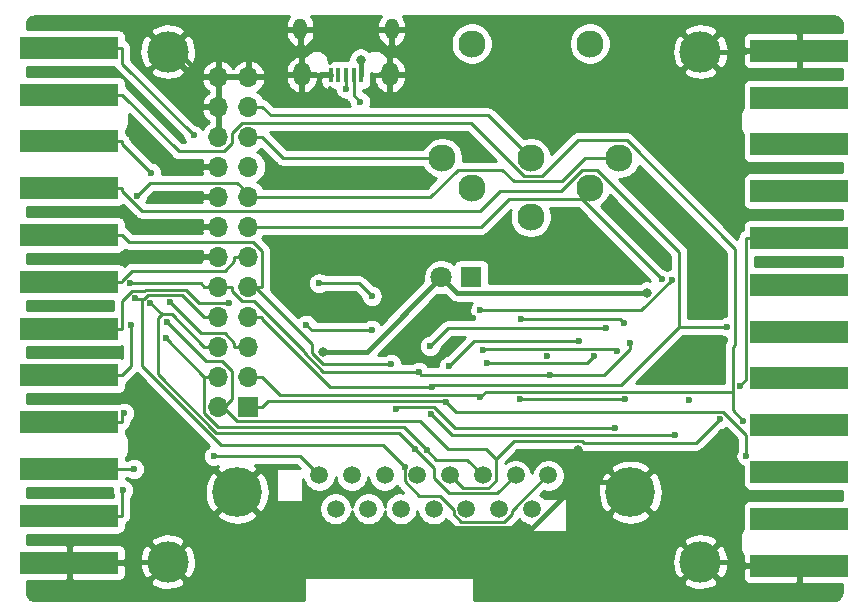
<source format=gtl>
G04 #@! TF.GenerationSoftware,KiCad,Pcbnew,(5.1.2-1)-1*
G04 #@! TF.CreationDate,2019-05-25T13:38:43+02:00*
G04 #@! TF.ProjectId,XoomFloppy Pro,586f6f6d-466c-46f7-9070-792050726f2e,1.1*
G04 #@! TF.SameCoordinates,Original*
G04 #@! TF.FileFunction,Copper,L1,Top*
G04 #@! TF.FilePolarity,Positive*
%FSLAX46Y46*%
G04 Gerber Fmt 4.6, Leading zero omitted, Abs format (unit mm)*
G04 Created by KiCad (PCBNEW (5.1.2-1)-1) date 2019-05-25 13:38:43*
%MOMM*%
%LPD*%
G04 APERTURE LIST*
%ADD10C,3.500000*%
%ADD11C,2.300000*%
%ADD12R,8.255000X1.905000*%
%ADD13R,1.800000X1.800000*%
%ADD14C,1.800000*%
%ADD15C,1.508000*%
%ADD16C,4.216000*%
%ADD17O,1.700000X1.700000*%
%ADD18R,1.700000X1.700000*%
%ADD19R,0.450000X1.300000*%
%ADD20O,1.450000X2.000000*%
%ADD21O,1.150000X1.800000*%
%ADD22C,0.800000*%
%ADD23C,0.600000*%
%ADD24C,0.400000*%
%ADD25C,0.250000*%
%ADD26C,0.254000*%
G04 APERTURE END LIST*
D10*
X147025000Y-123775000D03*
X147025000Y-80575000D03*
X192125000Y-123775000D03*
X192125000Y-80575000D03*
D11*
X177763000Y-94599000D03*
X172763000Y-92099000D03*
X182763000Y-92099000D03*
X170263000Y-89599000D03*
X177763000Y-89599000D03*
X185263000Y-89599000D03*
X182763000Y-79899000D03*
X172763000Y-79899000D03*
D12*
X200477000Y-124092200D03*
X200477000Y-120129800D03*
X200477000Y-116167400D03*
X200477000Y-112205000D03*
X200477000Y-108242600D03*
X200477000Y-104280200D03*
X200477000Y-100317800D03*
X200477000Y-96355400D03*
X200477000Y-92393000D03*
X200477000Y-88433140D03*
X200477000Y-84468200D03*
X200477000Y-80505800D03*
D13*
X172720000Y-99695000D03*
D14*
X170180000Y-99695000D03*
D15*
X170935000Y-116455000D03*
D16*
X152900000Y-117875000D03*
X186200000Y-117875000D03*
D15*
X168165000Y-116455000D03*
X165395000Y-116455000D03*
X162625000Y-116455000D03*
X159855000Y-116455000D03*
X173705000Y-116455000D03*
X176475000Y-116455000D03*
X179245000Y-116455000D03*
X169550000Y-119295000D03*
X166780000Y-119295000D03*
X164010000Y-119295000D03*
X161240000Y-119295000D03*
X172320000Y-119295000D03*
X175090000Y-119295000D03*
X177860000Y-119295000D03*
D12*
X138705000Y-80257800D03*
X138705000Y-84220200D03*
X138705000Y-88182600D03*
X138705000Y-92145000D03*
X138705000Y-96107400D03*
X138705000Y-100069800D03*
X138705000Y-104032200D03*
X138705000Y-107994600D03*
X138705000Y-111957000D03*
X138705000Y-115916860D03*
X138705000Y-119881800D03*
X138705000Y-123844200D03*
D17*
X151306000Y-82724000D03*
X153846000Y-82724000D03*
X151306000Y-85264000D03*
X153846000Y-85264000D03*
X151306000Y-87804000D03*
X153846000Y-87804000D03*
X151306000Y-90344000D03*
X153846000Y-90344000D03*
X151306000Y-92884000D03*
X153846000Y-92884000D03*
X151306000Y-95424000D03*
X153846000Y-95424000D03*
X151306000Y-97964000D03*
X153846000Y-97964000D03*
X151306000Y-100504000D03*
X153846000Y-100504000D03*
X151306000Y-103044000D03*
X153846000Y-103044000D03*
X151306000Y-105584000D03*
X153846000Y-105584000D03*
X151306000Y-108124000D03*
X153846000Y-108124000D03*
X151306000Y-110664000D03*
D18*
X153846000Y-110664000D03*
D19*
X163416000Y-82545000D03*
X162766000Y-82545000D03*
X162116000Y-82545000D03*
X161466000Y-82545000D03*
X160816000Y-82545000D03*
D20*
X165841000Y-82495000D03*
X158391000Y-82495000D03*
D21*
X165991000Y-78695000D03*
X158241000Y-78695000D03*
D22*
X181740000Y-114276400D03*
D23*
X159893000Y-87604600D03*
X159562800Y-91770200D03*
X155829000Y-96774000D03*
X187198000Y-92659200D03*
X184313400Y-93573600D03*
X172440600Y-96570800D03*
X175514000Y-95377000D03*
X191363600Y-102235000D03*
X195072000Y-93675200D03*
X193929000Y-100660200D03*
X192735200Y-118465600D03*
X190017400Y-116484400D03*
X146126200Y-89154000D03*
X146202400Y-85877400D03*
X190906400Y-108407200D03*
X182626000Y-119075200D03*
X185547000Y-121539000D03*
X159181800Y-118719600D03*
X162331400Y-120939900D03*
X176479200Y-114833400D03*
X167690800Y-98882200D03*
X142290800Y-82270600D03*
X142138400Y-94157800D03*
X141757400Y-117906800D03*
X141782800Y-106019600D03*
X141782800Y-102057200D03*
X191185800Y-110058200D03*
X197180200Y-94386400D03*
X197205600Y-98323400D03*
X166694000Y-105281300D03*
X169773600Y-101777800D03*
X179158900Y-106372660D03*
X172880000Y-103140000D03*
X158771600Y-103697900D03*
X164293000Y-104142600D03*
X149213100Y-87656200D03*
X150934300Y-114837300D03*
X196024200Y-114814000D03*
X170569600Y-110248400D03*
X173482100Y-109865400D03*
X195734500Y-111836600D03*
X145646500Y-90859300D03*
X147247300Y-101814000D03*
X194407200Y-103883800D03*
X169428800Y-108997600D03*
X146981300Y-103498900D03*
X193759100Y-111701900D03*
X168943200Y-114300800D03*
X146850400Y-104843700D03*
X167925100Y-114195600D03*
X145544000Y-101868100D03*
X144287600Y-101466100D03*
X167084400Y-115745300D03*
X143334600Y-111182600D03*
X188836900Y-99866100D03*
X152214400Y-101868600D03*
X144161800Y-115916900D03*
X143235600Y-117700100D03*
X143911400Y-103715700D03*
X144436400Y-92780900D03*
X189690700Y-99928800D03*
X173480000Y-102500000D03*
X185097300Y-105924000D03*
X173757600Y-105810700D03*
X183143000Y-106375000D03*
X174050300Y-106987200D03*
X181843800Y-105066100D03*
X170837200Y-107209600D03*
X184153400Y-103994800D03*
X169233900Y-105507300D03*
X189949400Y-113062300D03*
X169292300Y-111278200D03*
X176828800Y-110025200D03*
X185773100Y-110025200D03*
X184894400Y-112437000D03*
X166365500Y-110814700D03*
D22*
X160207400Y-105987000D03*
X187598200Y-100995400D03*
D23*
X176946300Y-103221800D03*
X185670700Y-103544300D03*
X162116000Y-83724300D03*
X163310700Y-84816600D03*
X195495800Y-108863100D03*
D22*
X163363900Y-81268800D03*
D23*
X159840100Y-100188500D03*
X164300900Y-101270700D03*
X165950400Y-107009500D03*
X168289100Y-107707500D03*
X143837300Y-100182900D03*
X179355500Y-107921900D03*
X186162600Y-105225000D03*
D24*
X181740000Y-117060800D02*
X185385800Y-117060800D01*
X185385800Y-117060800D02*
X186200000Y-117875000D01*
X152900000Y-117875000D02*
X155964900Y-120939900D01*
X155964900Y-120939900D02*
X162331400Y-120939900D01*
X177860900Y-120939900D02*
X181740000Y-117060800D01*
X181740000Y-117060800D02*
X181740000Y-114276400D01*
X192125000Y-123775000D02*
X192100000Y-123775000D01*
X192100000Y-123775000D02*
X186200000Y-117875000D01*
X200477000Y-124092200D02*
X195949200Y-124092200D01*
X192125000Y-123775000D02*
X195632000Y-123775000D01*
X195632000Y-123775000D02*
X195949200Y-124092200D01*
X153846000Y-82724000D02*
X155096300Y-82724000D01*
X158391000Y-82495000D02*
X155325300Y-82495000D01*
X155325300Y-82495000D02*
X155096300Y-82724000D01*
X158753500Y-82495000D02*
X158391000Y-82495000D01*
X192125000Y-80575000D02*
X195880000Y-80575000D01*
X195880000Y-80575000D02*
X195949200Y-80505800D01*
X138705000Y-123844200D02*
X143232800Y-123844200D01*
X147025000Y-123775000D02*
X143302000Y-123775000D01*
X143302000Y-123775000D02*
X143232800Y-123844200D01*
X158753500Y-82495000D02*
X159516300Y-82495000D01*
X151306000Y-82724000D02*
X150055700Y-82724000D01*
X147025000Y-80575000D02*
X147906700Y-80575000D01*
X147906700Y-80575000D02*
X150055700Y-82724000D01*
X200477000Y-80505800D02*
X195949200Y-80505800D01*
X153846000Y-82724000D02*
X151306000Y-82724000D01*
X160816000Y-82545000D02*
X159566300Y-82545000D01*
X159566300Y-82545000D02*
X159516300Y-82495000D01*
X162331400Y-120939900D02*
X177860900Y-120939900D01*
D25*
X164293000Y-104142600D02*
X159216300Y-104142600D01*
X159216300Y-104142600D02*
X158771600Y-103697900D01*
X143157800Y-80257800D02*
X143157800Y-81600900D01*
X143157800Y-81600900D02*
X149213100Y-87656200D01*
X170569600Y-110248400D02*
X171397800Y-111076600D01*
X171397800Y-111076600D02*
X194018200Y-111076600D01*
X194018200Y-111076600D02*
X196024200Y-113082600D01*
X196024200Y-113082600D02*
X196024200Y-114814000D01*
X159855000Y-116455000D02*
X158237300Y-114837300D01*
X158237300Y-114837300D02*
X150934300Y-114837300D01*
X138705000Y-80257800D02*
X143157800Y-80257800D01*
X153846000Y-110664000D02*
X155021300Y-110664000D01*
X155021300Y-110664000D02*
X155502800Y-110182500D01*
X155502800Y-110182500D02*
X170503700Y-110182500D01*
X170503700Y-110182500D02*
X170569600Y-110248400D01*
X173482100Y-109865400D02*
X173959000Y-109388500D01*
X173959000Y-109388500D02*
X194856100Y-109388500D01*
X194856100Y-109388500D02*
X194856100Y-110958200D01*
X194856100Y-110958200D02*
X195734500Y-111836600D01*
X143157800Y-84220200D02*
X147955500Y-89017900D01*
X147955500Y-89017900D02*
X151793100Y-89017900D01*
X151793100Y-89017900D02*
X152481400Y-88329600D01*
X152481400Y-88329600D02*
X152481400Y-87467600D01*
X152481400Y-87467600D02*
X153320400Y-86628600D01*
X153320400Y-86628600D02*
X172681300Y-86628600D01*
X172681300Y-86628600D02*
X177175600Y-91122900D01*
X177175600Y-91122900D02*
X178711400Y-91122900D01*
X178711400Y-91122900D02*
X181742000Y-88092300D01*
X181742000Y-88092300D02*
X185870000Y-88092300D01*
X185870000Y-88092300D02*
X195055300Y-97277600D01*
X195055300Y-97277600D02*
X195055300Y-105407400D01*
X195055300Y-105407400D02*
X194856100Y-105606600D01*
X194856100Y-105606600D02*
X194856100Y-109388500D01*
X155021300Y-108124000D02*
X156520300Y-109623000D01*
X156520300Y-109623000D02*
X173239700Y-109623000D01*
X173239700Y-109623000D02*
X173482100Y-109865400D01*
X153846000Y-108124000D02*
X155021300Y-108124000D01*
X138705000Y-84220200D02*
X143157800Y-84220200D01*
X153846000Y-105584000D02*
X152670700Y-105584000D01*
X138705000Y-88182600D02*
X143157800Y-88182600D01*
X145646500Y-90859300D02*
X143157800Y-88370600D01*
X143157800Y-88370600D02*
X143157800Y-88182600D01*
X152670700Y-105584000D02*
X152670700Y-105216600D01*
X152670700Y-105216600D02*
X151862800Y-104408700D01*
X151862800Y-104408700D02*
X149842000Y-104408700D01*
X149842000Y-104408700D02*
X147247300Y-101814000D01*
X155021300Y-103044000D02*
X155021300Y-103229800D01*
X155021300Y-103229800D02*
X160789100Y-108997600D01*
X160789100Y-108997600D02*
X169428800Y-108997600D01*
X143157800Y-92145000D02*
X143157800Y-92386600D01*
X143157800Y-92386600D02*
X144862400Y-94091200D01*
X144862400Y-94091200D02*
X173467600Y-94091200D01*
X173467600Y-94091200D02*
X175157400Y-92401400D01*
X175157400Y-92401400D02*
X180321100Y-92401400D01*
X180321100Y-92401400D02*
X182131900Y-90590600D01*
X182131900Y-90590600D02*
X183383100Y-90590600D01*
X183383100Y-90590600D02*
X190353800Y-97561300D01*
X190353800Y-97561300D02*
X190353800Y-103883800D01*
X190353800Y-103883800D02*
X185426600Y-108811000D01*
X185426600Y-108811000D02*
X169615400Y-108811000D01*
X169615400Y-108811000D02*
X169428800Y-108997600D01*
X153846000Y-103044000D02*
X155021300Y-103044000D01*
X190353800Y-103883800D02*
X194407200Y-103883800D01*
X138705000Y-92145000D02*
X143157800Y-92145000D01*
X151789000Y-110664000D02*
X152481400Y-109971600D01*
X152481400Y-109971600D02*
X152481400Y-107634600D01*
X152481400Y-107634600D02*
X151616500Y-106769700D01*
X151616500Y-106769700D02*
X150252100Y-106769700D01*
X150252100Y-106769700D02*
X146981300Y-103498900D01*
X174784300Y-115057000D02*
X173955700Y-114228400D01*
X173955700Y-114228400D02*
X170748200Y-114228400D01*
X170748200Y-114228400D02*
X168403200Y-111883400D01*
X168403200Y-111883400D02*
X152881400Y-111883400D01*
X152881400Y-111883400D02*
X151789000Y-110791000D01*
X151789000Y-110791000D02*
X151789000Y-110664000D01*
X193759100Y-111701900D02*
X191742000Y-113719000D01*
X191742000Y-113719000D02*
X182266700Y-113719000D01*
X182266700Y-113719000D02*
X182081300Y-113533600D01*
X182081300Y-113533600D02*
X176307700Y-113533600D01*
X176307700Y-113533600D02*
X174784300Y-115057000D01*
X174784300Y-115057000D02*
X174784300Y-116902200D01*
X174784300Y-116902200D02*
X174152200Y-117534300D01*
X174152200Y-117534300D02*
X172014300Y-117534300D01*
X172014300Y-117534300D02*
X170935000Y-116455000D01*
X151306000Y-110664000D02*
X151789000Y-110664000D01*
X146850400Y-104843700D02*
X150130700Y-108124000D01*
X168943200Y-114300800D02*
X166998200Y-112355800D01*
X166998200Y-112355800D02*
X151308500Y-112355800D01*
X151308500Y-112355800D02*
X150130700Y-111178000D01*
X150130700Y-111178000D02*
X150130700Y-108124000D01*
X168943200Y-114300800D02*
X169771500Y-115129100D01*
X169771500Y-115129100D02*
X172379100Y-115129100D01*
X172379100Y-115129100D02*
X173705000Y-116455000D01*
X151306000Y-108124000D02*
X150130700Y-108124000D01*
X167925100Y-114195600D02*
X169550000Y-115820500D01*
X169550000Y-115820500D02*
X169550000Y-116690800D01*
X169550000Y-116690800D02*
X170852000Y-117992800D01*
X170852000Y-117992800D02*
X174937200Y-117992800D01*
X174937200Y-117992800D02*
X176475000Y-116455000D01*
X167925100Y-114195600D02*
X166571000Y-112841500D01*
X166571000Y-112841500D02*
X151119200Y-112841500D01*
X151119200Y-112841500D02*
X146185600Y-107907900D01*
X146185600Y-107907900D02*
X146185600Y-103147900D01*
X146185600Y-103147900D02*
X146504700Y-102828800D01*
X146504700Y-102828800D02*
X145544000Y-101868100D01*
X150130700Y-105584000D02*
X147375500Y-102828800D01*
X147375500Y-102828800D02*
X146504700Y-102828800D01*
X151306000Y-105584000D02*
X150130700Y-105584000D01*
X150130700Y-103044000D02*
X148275400Y-101188700D01*
X148275400Y-101188700D02*
X145339100Y-101188700D01*
X145339100Y-101188700D02*
X145036400Y-101491400D01*
X145036400Y-101491400D02*
X144850600Y-101491400D01*
X144850600Y-101491400D02*
X144312900Y-101491400D01*
X144312900Y-101491400D02*
X144287600Y-101466100D01*
X167084400Y-115745300D02*
X165232600Y-113893500D01*
X165232600Y-113893500D02*
X151534300Y-113893500D01*
X151534300Y-113893500D02*
X144850600Y-107209800D01*
X144850600Y-107209800D02*
X144850600Y-101491400D01*
X167084400Y-115745300D02*
X167084400Y-116960100D01*
X167084400Y-116960100D02*
X168340000Y-118215700D01*
X168340000Y-118215700D02*
X170049700Y-118215700D01*
X170049700Y-118215700D02*
X171240700Y-119406700D01*
X171240700Y-119406700D02*
X171240700Y-119742100D01*
X171240700Y-119742100D02*
X171872900Y-120374300D01*
X171872900Y-120374300D02*
X175537200Y-120374300D01*
X175537200Y-120374300D02*
X176169300Y-119742200D01*
X176169300Y-119742200D02*
X176169300Y-119445300D01*
X176169300Y-119445300D02*
X179159600Y-116455000D01*
X179159600Y-116455000D02*
X179245000Y-116455000D01*
X151306000Y-103044000D02*
X150130700Y-103044000D01*
X143157800Y-111957000D02*
X143157800Y-111359400D01*
X143157800Y-111359400D02*
X143334600Y-111182600D01*
X138705000Y-111957000D02*
X143157800Y-111957000D01*
X182073700Y-93102900D02*
X188836900Y-99866100D01*
X153846000Y-95424000D02*
X173586300Y-95424000D01*
X173586300Y-95424000D02*
X175907400Y-93102900D01*
X175907400Y-93102900D02*
X182073700Y-93102900D01*
X182073700Y-93102900D02*
X182073700Y-92788300D01*
X182073700Y-92788300D02*
X182763000Y-92099000D01*
X152214400Y-101868600D02*
X149690600Y-101868600D01*
X149690600Y-101868600D02*
X148560400Y-100738400D01*
X148560400Y-100738400D02*
X145152500Y-100738400D01*
X145152500Y-100738400D02*
X145050100Y-100840800D01*
X145050100Y-100840800D02*
X144028600Y-100840800D01*
X144028600Y-100840800D02*
X143157800Y-101711600D01*
X143157800Y-101711600D02*
X143157800Y-104032200D01*
X138705000Y-104032200D02*
X143157800Y-104032200D01*
X138705000Y-115916900D02*
X144161800Y-115916900D01*
X153846000Y-87804000D02*
X155021300Y-87804000D01*
X155021300Y-87804000D02*
X156816300Y-89599000D01*
X156816300Y-89599000D02*
X170263000Y-89599000D01*
X177763000Y-89599000D02*
X174153000Y-85989000D01*
X174153000Y-85989000D02*
X155746300Y-85989000D01*
X155746300Y-85989000D02*
X155021300Y-85264000D01*
X153846000Y-85264000D02*
X155021300Y-85264000D01*
X143157800Y-119881800D02*
X143157800Y-117777900D01*
X143157800Y-117777900D02*
X143235600Y-117700100D01*
X138705000Y-119881800D02*
X143157800Y-119881800D01*
X154139900Y-92884000D02*
X152923900Y-91668000D01*
X152923900Y-91668000D02*
X145549300Y-91668000D01*
X145549300Y-91668000D02*
X144436400Y-92780900D01*
X138705000Y-107994600D02*
X143157800Y-107994600D01*
X143911400Y-103715700D02*
X143911400Y-107241000D01*
X143911400Y-107241000D02*
X143157800Y-107994600D01*
X154139900Y-92884000D02*
X155021300Y-92884000D01*
X153846000Y-92884000D02*
X154139900Y-92884000D01*
X185263000Y-89599000D02*
X182393600Y-89599000D01*
X182393600Y-89599000D02*
X180419400Y-91573200D01*
X180419400Y-91573200D02*
X176323800Y-91573200D01*
X176323800Y-91573200D02*
X175321000Y-90570400D01*
X175321000Y-90570400D02*
X171568100Y-90570400D01*
X171568100Y-90570400D02*
X169254600Y-92883900D01*
X169254600Y-92883900D02*
X155021300Y-92883900D01*
X155021300Y-92883900D02*
X155021300Y-92884000D01*
X187119500Y-102500000D02*
X189690700Y-99928800D01*
X173480000Y-102500000D02*
X187119500Y-102500000D01*
X185097300Y-105924000D02*
X184899300Y-105726000D01*
X184899300Y-105726000D02*
X173842300Y-105726000D01*
X173842300Y-105726000D02*
X173757600Y-105810700D01*
X183143000Y-106375000D02*
X182530800Y-106987200D01*
X182530800Y-106987200D02*
X174050300Y-106987200D01*
X170837200Y-107209600D02*
X172980700Y-105066100D01*
X172980700Y-105066100D02*
X181843800Y-105066100D01*
X169233900Y-105507300D02*
X170746400Y-103994800D01*
X170746400Y-103994800D02*
X184153400Y-103994800D01*
X169292300Y-111278200D02*
X171076400Y-113062300D01*
X171076400Y-113062300D02*
X189949400Y-113062300D01*
X176828800Y-110025200D02*
X185773100Y-110025200D01*
X166365500Y-110814700D02*
X166547400Y-110632800D01*
X166547400Y-110632800D02*
X169574900Y-110632800D01*
X169574900Y-110632800D02*
X171379100Y-112437000D01*
X171379100Y-112437000D02*
X184894400Y-112437000D01*
D24*
X170180000Y-99695000D02*
X163888000Y-105987000D01*
X163888000Y-105987000D02*
X160207400Y-105987000D01*
X187598200Y-100995400D02*
X171480400Y-100995400D01*
X171480400Y-100995400D02*
X170180000Y-99695000D01*
D25*
X185670700Y-103544300D02*
X185348200Y-103221800D01*
X185348200Y-103221800D02*
X176946300Y-103221800D01*
X162116000Y-82545000D02*
X162116000Y-83724300D01*
X162766000Y-82545000D02*
X162766000Y-84271900D01*
X162766000Y-84271900D02*
X163310700Y-84816600D01*
X195495800Y-108863100D02*
X196024200Y-108334700D01*
X196024200Y-108334700D02*
X196024200Y-96355400D01*
X200477000Y-96355400D02*
X196024200Y-96355400D01*
D24*
X163416000Y-82545000D02*
X163416000Y-81320900D01*
X163416000Y-81320900D02*
X163363900Y-81268800D01*
D25*
X164300900Y-101270700D02*
X163218700Y-100188500D01*
X163218700Y-100188500D02*
X159840100Y-100188500D01*
X152670700Y-97964000D02*
X152670700Y-98331400D01*
X152670700Y-98331400D02*
X151862800Y-99139300D01*
X151862800Y-99139300D02*
X143996600Y-99139300D01*
X143996600Y-99139300D02*
X143157800Y-99978100D01*
X143157800Y-99978100D02*
X143157800Y-100069800D01*
X138705000Y-100069800D02*
X143157800Y-100069800D01*
X153846000Y-97964000D02*
X152670700Y-97964000D01*
X154429000Y-100504000D02*
X159270300Y-105345300D01*
X159270300Y-105345300D02*
X159270300Y-106125600D01*
X159270300Y-106125600D02*
X160154200Y-107009500D01*
X160154200Y-107009500D02*
X165950400Y-107009500D01*
X154429000Y-100504000D02*
X155021300Y-100504000D01*
X153846000Y-100504000D02*
X154429000Y-100504000D01*
X138705000Y-96107400D02*
X143157800Y-96107400D01*
X155021300Y-100504000D02*
X155021300Y-97440500D01*
X155021300Y-97440500D02*
X154274800Y-96694000D01*
X154274800Y-96694000D02*
X143744400Y-96694000D01*
X143744400Y-96694000D02*
X143157800Y-96107400D01*
X152481300Y-100504000D02*
X152481300Y-100831200D01*
X152481300Y-100831200D02*
X153329500Y-101679400D01*
X153329500Y-101679400D02*
X154313900Y-101679400D01*
X154313900Y-101679400D02*
X158532200Y-105897700D01*
X158532200Y-105897700D02*
X158532200Y-106024400D01*
X158532200Y-106024400D02*
X160215300Y-107707500D01*
X160215300Y-107707500D02*
X168289100Y-107707500D01*
X150130700Y-100504000D02*
X149809600Y-100182900D01*
X149809600Y-100182900D02*
X143837300Y-100182900D01*
X179355500Y-107921900D02*
X168503500Y-107921900D01*
X168503500Y-107921900D02*
X168289100Y-107707500D01*
X186162600Y-105225000D02*
X186162600Y-105759200D01*
X186162600Y-105759200D02*
X183999900Y-107921900D01*
X183999900Y-107921900D02*
X179355500Y-107921900D01*
X151306000Y-100504000D02*
X152481300Y-100504000D01*
X150718400Y-100504000D02*
X151306000Y-100504000D01*
X150718400Y-100504000D02*
X150130700Y-100504000D01*
D26*
G36*
X150550314Y-113984316D02*
G01*
X150491411Y-114008714D01*
X150338272Y-114111038D01*
X150208038Y-114241272D01*
X150105714Y-114394411D01*
X150035232Y-114564571D01*
X149999300Y-114745211D01*
X149999300Y-114929389D01*
X150035232Y-115110029D01*
X150105714Y-115280189D01*
X150208038Y-115433328D01*
X150338272Y-115563562D01*
X150491411Y-115665886D01*
X150661571Y-115736368D01*
X150842211Y-115772300D01*
X151026389Y-115772300D01*
X151207029Y-115736368D01*
X151311441Y-115693119D01*
X151155274Y-115950669D01*
X152900000Y-117695395D01*
X154644726Y-115950669D01*
X154430458Y-115597300D01*
X157922499Y-115597300D01*
X158195967Y-115870768D01*
X156220603Y-115870768D01*
X156220603Y-118690768D01*
X158492984Y-118690768D01*
X158492984Y-116727464D01*
X158519378Y-116860156D01*
X158624084Y-117112938D01*
X158776093Y-117340436D01*
X158969564Y-117533907D01*
X159197062Y-117685916D01*
X159449844Y-117790622D01*
X159718195Y-117844000D01*
X159991805Y-117844000D01*
X160260156Y-117790622D01*
X160512938Y-117685916D01*
X160740436Y-117533907D01*
X160933907Y-117340436D01*
X161085916Y-117112938D01*
X161190622Y-116860156D01*
X161240000Y-116611914D01*
X161289378Y-116860156D01*
X161394084Y-117112938D01*
X161546093Y-117340436D01*
X161739564Y-117533907D01*
X161967062Y-117685916D01*
X162219844Y-117790622D01*
X162488195Y-117844000D01*
X162761805Y-117844000D01*
X163030156Y-117790622D01*
X163282938Y-117685916D01*
X163510436Y-117533907D01*
X163703907Y-117340436D01*
X163855916Y-117112938D01*
X163960622Y-116860156D01*
X164010000Y-116611914D01*
X164059378Y-116860156D01*
X164164084Y-117112938D01*
X164316093Y-117340436D01*
X164509564Y-117533907D01*
X164737062Y-117685916D01*
X164989844Y-117790622D01*
X165258195Y-117844000D01*
X165531805Y-117844000D01*
X165800156Y-117790622D01*
X166052938Y-117685916D01*
X166280436Y-117533907D01*
X166442648Y-117371695D01*
X166449426Y-117384376D01*
X166504944Y-117452024D01*
X166544400Y-117500101D01*
X166573398Y-117523899D01*
X166965106Y-117915608D01*
X166916805Y-117906000D01*
X166643195Y-117906000D01*
X166374844Y-117959378D01*
X166122062Y-118064084D01*
X165894564Y-118216093D01*
X165701093Y-118409564D01*
X165549084Y-118637062D01*
X165444378Y-118889844D01*
X165395000Y-119138086D01*
X165345622Y-118889844D01*
X165240916Y-118637062D01*
X165088907Y-118409564D01*
X164895436Y-118216093D01*
X164667938Y-118064084D01*
X164415156Y-117959378D01*
X164146805Y-117906000D01*
X163873195Y-117906000D01*
X163604844Y-117959378D01*
X163352062Y-118064084D01*
X163124564Y-118216093D01*
X162931093Y-118409564D01*
X162779084Y-118637062D01*
X162674378Y-118889844D01*
X162625000Y-119138086D01*
X162575622Y-118889844D01*
X162470916Y-118637062D01*
X162318907Y-118409564D01*
X162125436Y-118216093D01*
X161897938Y-118064084D01*
X161645156Y-117959378D01*
X161376805Y-117906000D01*
X161103195Y-117906000D01*
X160834844Y-117959378D01*
X160582062Y-118064084D01*
X160354564Y-118216093D01*
X160161093Y-118409564D01*
X160009084Y-118637062D01*
X159904378Y-118889844D01*
X159851000Y-119158195D01*
X159851000Y-119431805D01*
X159904378Y-119700156D01*
X160009084Y-119952938D01*
X160161093Y-120180436D01*
X160354564Y-120373907D01*
X160582062Y-120525916D01*
X160834844Y-120630622D01*
X161103195Y-120684000D01*
X161376805Y-120684000D01*
X161645156Y-120630622D01*
X161897938Y-120525916D01*
X162125436Y-120373907D01*
X162318907Y-120180436D01*
X162470916Y-119952938D01*
X162575622Y-119700156D01*
X162625000Y-119451914D01*
X162674378Y-119700156D01*
X162779084Y-119952938D01*
X162931093Y-120180436D01*
X163124564Y-120373907D01*
X163352062Y-120525916D01*
X163604844Y-120630622D01*
X163873195Y-120684000D01*
X164146805Y-120684000D01*
X164415156Y-120630622D01*
X164667938Y-120525916D01*
X164895436Y-120373907D01*
X165088907Y-120180436D01*
X165240916Y-119952938D01*
X165345622Y-119700156D01*
X165395000Y-119451914D01*
X165444378Y-119700156D01*
X165549084Y-119952938D01*
X165701093Y-120180436D01*
X165894564Y-120373907D01*
X166122062Y-120525916D01*
X166374844Y-120630622D01*
X166643195Y-120684000D01*
X166916805Y-120684000D01*
X167185156Y-120630622D01*
X167437938Y-120525916D01*
X167665436Y-120373907D01*
X167858907Y-120180436D01*
X168010916Y-119952938D01*
X168115622Y-119700156D01*
X168165000Y-119451914D01*
X168214378Y-119700156D01*
X168319084Y-119952938D01*
X168471093Y-120180436D01*
X168664564Y-120373907D01*
X168892062Y-120525916D01*
X169144844Y-120630622D01*
X169413195Y-120684000D01*
X169686805Y-120684000D01*
X169955156Y-120630622D01*
X170207938Y-120525916D01*
X170435436Y-120373907D01*
X170622513Y-120186830D01*
X170700699Y-120282101D01*
X170729701Y-120305902D01*
X171309100Y-120885302D01*
X171332899Y-120914301D01*
X171448624Y-121009274D01*
X171580653Y-121079846D01*
X171723914Y-121123303D01*
X171835567Y-121134300D01*
X171835577Y-121134300D01*
X171872900Y-121137976D01*
X171910223Y-121134300D01*
X175499878Y-121134300D01*
X175537200Y-121137976D01*
X175574522Y-121134300D01*
X175574533Y-121134300D01*
X175686186Y-121123303D01*
X175829447Y-121079846D01*
X175961476Y-121009274D01*
X176077201Y-120914301D01*
X176101003Y-120885298D01*
X176680309Y-120305994D01*
X176709301Y-120282201D01*
X176733095Y-120253208D01*
X176733099Y-120253204D01*
X176787533Y-120186876D01*
X176974564Y-120373907D01*
X177202062Y-120525916D01*
X177454844Y-120630622D01*
X177587605Y-120657030D01*
X177587605Y-121238441D01*
X180812367Y-121238441D01*
X180812367Y-119799331D01*
X184455274Y-119799331D01*
X184684369Y-120177152D01*
X185162619Y-120428602D01*
X185680735Y-120581918D01*
X186218806Y-120631209D01*
X186756154Y-120574580D01*
X187272130Y-120414208D01*
X187715631Y-120177152D01*
X187944726Y-119799331D01*
X186200000Y-118054605D01*
X184455274Y-119799331D01*
X180812367Y-119799331D01*
X180812367Y-118418441D01*
X178944838Y-118418441D01*
X178938907Y-118409564D01*
X178745436Y-118216093D01*
X178582307Y-118107094D01*
X178795595Y-117893806D01*
X183443791Y-117893806D01*
X183500420Y-118431154D01*
X183660792Y-118947130D01*
X183897848Y-119390631D01*
X184275669Y-119619726D01*
X186020395Y-117875000D01*
X186379605Y-117875000D01*
X188124331Y-119619726D01*
X188502152Y-119390631D01*
X188753602Y-118912381D01*
X188906918Y-118394265D01*
X188956209Y-117856194D01*
X188899580Y-117318846D01*
X188739208Y-116802870D01*
X188502152Y-116359369D01*
X188124331Y-116130274D01*
X186379605Y-117875000D01*
X186020395Y-117875000D01*
X184275669Y-116130274D01*
X183897848Y-116359369D01*
X183646398Y-116837619D01*
X183493082Y-117355735D01*
X183443791Y-117893806D01*
X178795595Y-117893806D01*
X178889002Y-117800400D01*
X179108195Y-117844000D01*
X179381805Y-117844000D01*
X179650156Y-117790622D01*
X179902938Y-117685916D01*
X180130436Y-117533907D01*
X180323907Y-117340436D01*
X180475916Y-117112938D01*
X180580622Y-116860156D01*
X180634000Y-116591805D01*
X180634000Y-116318195D01*
X180580622Y-116049844D01*
X180539543Y-115950669D01*
X184455274Y-115950669D01*
X186200000Y-117695395D01*
X187944726Y-115950669D01*
X187715631Y-115572848D01*
X187237381Y-115321398D01*
X186719265Y-115168082D01*
X186181194Y-115118791D01*
X185643846Y-115175420D01*
X185127870Y-115335792D01*
X184684369Y-115572848D01*
X184455274Y-115950669D01*
X180539543Y-115950669D01*
X180475916Y-115797062D01*
X180323907Y-115569564D01*
X180130436Y-115376093D01*
X179902938Y-115224084D01*
X179650156Y-115119378D01*
X179381805Y-115066000D01*
X179108195Y-115066000D01*
X178839844Y-115119378D01*
X178587062Y-115224084D01*
X178359564Y-115376093D01*
X178166093Y-115569564D01*
X178014084Y-115797062D01*
X177909378Y-116049844D01*
X177860000Y-116298086D01*
X177810622Y-116049844D01*
X177705916Y-115797062D01*
X177553907Y-115569564D01*
X177360436Y-115376093D01*
X177132938Y-115224084D01*
X176880156Y-115119378D01*
X176611805Y-115066000D01*
X176338195Y-115066000D01*
X176069844Y-115119378D01*
X175817062Y-115224084D01*
X175589564Y-115376093D01*
X175544300Y-115421357D01*
X175544300Y-115371801D01*
X176622502Y-114293600D01*
X181768858Y-114293600D01*
X181842424Y-114353974D01*
X181974453Y-114424546D01*
X182117714Y-114468003D01*
X182229367Y-114479000D01*
X182229376Y-114479000D01*
X182266699Y-114482676D01*
X182304022Y-114479000D01*
X191704678Y-114479000D01*
X191742000Y-114482676D01*
X191779322Y-114479000D01*
X191779333Y-114479000D01*
X191890986Y-114468003D01*
X192034247Y-114424546D01*
X192166276Y-114353974D01*
X192282001Y-114259001D01*
X192305804Y-114229997D01*
X193910749Y-112625053D01*
X194031829Y-112600968D01*
X194201989Y-112530486D01*
X194319060Y-112452262D01*
X195264200Y-113397403D01*
X195264201Y-114268464D01*
X195195614Y-114371111D01*
X195125132Y-114541271D01*
X195089200Y-114721911D01*
X195089200Y-114906089D01*
X195125132Y-115086729D01*
X195195614Y-115256889D01*
X195297938Y-115410028D01*
X195428172Y-115540262D01*
X195581311Y-115642586D01*
X195711428Y-115696482D01*
X195711428Y-117119900D01*
X195723688Y-117244382D01*
X195759998Y-117364080D01*
X195818963Y-117474394D01*
X195898315Y-117571085D01*
X195995006Y-117650437D01*
X196105320Y-117709402D01*
X196225018Y-117745712D01*
X196349500Y-117757972D01*
X204090000Y-117757972D01*
X204090000Y-118539228D01*
X196349500Y-118539228D01*
X196225018Y-118551488D01*
X196105320Y-118587798D01*
X195995006Y-118646763D01*
X195898315Y-118726115D01*
X195818963Y-118822806D01*
X195759998Y-118933120D01*
X195723688Y-119052818D01*
X195711428Y-119177300D01*
X195711428Y-121020110D01*
X195683332Y-121054559D01*
X195647728Y-121108147D01*
X195611359Y-121161262D01*
X195606644Y-121169983D01*
X195560832Y-121256144D01*
X195536321Y-121315612D01*
X195510962Y-121374780D01*
X195508031Y-121384249D01*
X195479826Y-121477667D01*
X195467328Y-121540787D01*
X195453946Y-121603743D01*
X195452910Y-121613602D01*
X195443388Y-121710719D01*
X195440000Y-121745123D01*
X195440000Y-122474876D01*
X195442955Y-122504876D01*
X195442934Y-122507839D01*
X195443901Y-122517705D01*
X195448941Y-122565660D01*
X195450273Y-122579183D01*
X195450410Y-122579634D01*
X195454101Y-122614754D01*
X195467045Y-122677811D01*
X195479099Y-122741001D01*
X195481964Y-122750491D01*
X195510820Y-122843710D01*
X195535752Y-122903021D01*
X195559865Y-122962702D01*
X195564519Y-122971454D01*
X195610932Y-123057292D01*
X195646898Y-123110612D01*
X195682152Y-123164486D01*
X195688417Y-123172168D01*
X195711707Y-123200321D01*
X195714500Y-123806450D01*
X195873250Y-123965200D01*
X200350000Y-123965200D01*
X200350000Y-123945200D01*
X200604000Y-123945200D01*
X200604000Y-123965200D01*
X200624000Y-123965200D01*
X200624000Y-124219200D01*
X200604000Y-124219200D01*
X200604000Y-125520950D01*
X200762750Y-125679700D01*
X204088214Y-125682359D01*
X204087634Y-126336777D01*
X204071015Y-126491229D01*
X204034203Y-126609119D01*
X203975196Y-126717609D01*
X203896239Y-126812572D01*
X203800340Y-126890392D01*
X203691154Y-126948102D01*
X203572415Y-126983632D01*
X203417171Y-126998660D01*
X172929326Y-126998660D01*
X172929326Y-125444609D01*
X190634997Y-125444609D01*
X190821073Y-125785766D01*
X191238409Y-126001513D01*
X191689815Y-126131696D01*
X192157946Y-126171313D01*
X192624811Y-126118842D01*
X193072468Y-125976297D01*
X193428927Y-125785766D01*
X193615003Y-125444609D01*
X192125000Y-123954605D01*
X190634997Y-125444609D01*
X172929326Y-125444609D01*
X172929326Y-125072762D01*
X158561707Y-125072762D01*
X158561707Y-126998660D01*
X135769780Y-126998660D01*
X135612153Y-126983205D01*
X135493919Y-126947508D01*
X135384878Y-126889530D01*
X135289170Y-126811473D01*
X135210450Y-126716315D01*
X135151711Y-126607679D01*
X135115190Y-126489701D01*
X135098837Y-126334111D01*
X135098127Y-125444609D01*
X145534997Y-125444609D01*
X145721073Y-125785766D01*
X146138409Y-126001513D01*
X146589815Y-126131696D01*
X147057946Y-126171313D01*
X147524811Y-126118842D01*
X147972468Y-125976297D01*
X148328927Y-125785766D01*
X148515003Y-125444609D01*
X147025000Y-123954605D01*
X145534997Y-125444609D01*
X135098127Y-125444609D01*
X135098118Y-125434356D01*
X138419250Y-125431700D01*
X138578000Y-125272950D01*
X138578000Y-123971200D01*
X138832000Y-123971200D01*
X138832000Y-125272950D01*
X138990750Y-125431700D01*
X142832500Y-125434772D01*
X142956982Y-125422512D01*
X143076680Y-125386202D01*
X143186994Y-125327237D01*
X143283685Y-125247885D01*
X143363037Y-125151194D01*
X143422002Y-125040880D01*
X143458312Y-124921182D01*
X143470572Y-124796700D01*
X143467500Y-124129950D01*
X143308750Y-123971200D01*
X138832000Y-123971200D01*
X138578000Y-123971200D01*
X138558000Y-123971200D01*
X138558000Y-123807946D01*
X144628687Y-123807946D01*
X144681158Y-124274811D01*
X144823703Y-124722468D01*
X145014234Y-125078927D01*
X145355391Y-125265003D01*
X146845395Y-123775000D01*
X147204605Y-123775000D01*
X148694609Y-125265003D01*
X149035766Y-125078927D01*
X149251513Y-124661591D01*
X149381696Y-124210185D01*
X149415736Y-123807946D01*
X189728687Y-123807946D01*
X189781158Y-124274811D01*
X189923703Y-124722468D01*
X190114234Y-125078927D01*
X190455391Y-125265003D01*
X191945395Y-123775000D01*
X192304605Y-123775000D01*
X193794609Y-125265003D01*
X194135766Y-125078927D01*
X194153460Y-125044700D01*
X195711428Y-125044700D01*
X195723688Y-125169182D01*
X195759998Y-125288880D01*
X195818963Y-125399194D01*
X195898315Y-125495885D01*
X195995006Y-125575237D01*
X196105320Y-125634202D01*
X196225018Y-125670512D01*
X196349500Y-125682772D01*
X200191250Y-125679700D01*
X200350000Y-125520950D01*
X200350000Y-124219200D01*
X195873250Y-124219200D01*
X195714500Y-124377950D01*
X195711428Y-125044700D01*
X194153460Y-125044700D01*
X194351513Y-124661591D01*
X194481696Y-124210185D01*
X194521313Y-123742054D01*
X194468842Y-123275189D01*
X194326297Y-122827532D01*
X194135766Y-122471073D01*
X193794609Y-122284997D01*
X192304605Y-123775000D01*
X191945395Y-123775000D01*
X190455391Y-122284997D01*
X190114234Y-122471073D01*
X189898487Y-122888409D01*
X189768304Y-123339815D01*
X189728687Y-123807946D01*
X149415736Y-123807946D01*
X149421313Y-123742054D01*
X149368842Y-123275189D01*
X149226297Y-122827532D01*
X149035766Y-122471073D01*
X148694609Y-122284997D01*
X147204605Y-123775000D01*
X146845395Y-123775000D01*
X145355391Y-122284997D01*
X145014234Y-122471073D01*
X144798487Y-122888409D01*
X144668304Y-123339815D01*
X144628687Y-123807946D01*
X138558000Y-123807946D01*
X138558000Y-123717200D01*
X138578000Y-123717200D01*
X138578000Y-122415450D01*
X138832000Y-122415450D01*
X138832000Y-123717200D01*
X143308750Y-123717200D01*
X143467500Y-123558450D01*
X143470572Y-122891700D01*
X143458312Y-122767218D01*
X143422002Y-122647520D01*
X143363037Y-122537206D01*
X143283685Y-122440515D01*
X143186994Y-122361163D01*
X143076680Y-122302198D01*
X142956982Y-122265888D01*
X142832500Y-122253628D01*
X138990750Y-122256700D01*
X138832000Y-122415450D01*
X138578000Y-122415450D01*
X138419250Y-122256700D01*
X135095578Y-122254042D01*
X135095460Y-122105391D01*
X145534997Y-122105391D01*
X147025000Y-123595395D01*
X148515003Y-122105391D01*
X190634997Y-122105391D01*
X192125000Y-123595395D01*
X193615003Y-122105391D01*
X193428927Y-121764234D01*
X193011591Y-121548487D01*
X192560185Y-121418304D01*
X192092054Y-121378687D01*
X191625189Y-121431158D01*
X191177532Y-121573703D01*
X190821073Y-121764234D01*
X190634997Y-122105391D01*
X148515003Y-122105391D01*
X148328927Y-121764234D01*
X147911591Y-121548487D01*
X147460185Y-121418304D01*
X146992054Y-121378687D01*
X146525189Y-121431158D01*
X146077532Y-121573703D01*
X145721073Y-121764234D01*
X145534997Y-122105391D01*
X135095460Y-122105391D01*
X135094954Y-121472372D01*
X142832500Y-121472372D01*
X142956982Y-121460112D01*
X143076680Y-121423802D01*
X143186994Y-121364837D01*
X143283685Y-121285485D01*
X143363037Y-121188794D01*
X143422002Y-121078480D01*
X143458312Y-120958782D01*
X143470572Y-120834300D01*
X143470572Y-120576375D01*
X143582076Y-120516774D01*
X143697801Y-120421801D01*
X143792774Y-120306076D01*
X143863346Y-120174047D01*
X143906803Y-120030786D01*
X143921477Y-119881800D01*
X143917800Y-119844467D01*
X143917800Y-119799331D01*
X151155274Y-119799331D01*
X151384369Y-120177152D01*
X151862619Y-120428602D01*
X152380735Y-120581918D01*
X152918806Y-120631209D01*
X153456154Y-120574580D01*
X153972130Y-120414208D01*
X154415631Y-120177152D01*
X154644726Y-119799331D01*
X152900000Y-118054605D01*
X151155274Y-119799331D01*
X143917800Y-119799331D01*
X143917800Y-118340190D01*
X143961862Y-118296128D01*
X144064186Y-118142989D01*
X144134668Y-117972829D01*
X144150386Y-117893806D01*
X150143791Y-117893806D01*
X150200420Y-118431154D01*
X150360792Y-118947130D01*
X150597848Y-119390631D01*
X150975669Y-119619726D01*
X152720395Y-117875000D01*
X153079605Y-117875000D01*
X154824331Y-119619726D01*
X155202152Y-119390631D01*
X155453602Y-118912381D01*
X155606918Y-118394265D01*
X155656209Y-117856194D01*
X155599580Y-117318846D01*
X155439208Y-116802870D01*
X155202152Y-116359369D01*
X154824331Y-116130274D01*
X153079605Y-117875000D01*
X152720395Y-117875000D01*
X150975669Y-116130274D01*
X150597848Y-116359369D01*
X150346398Y-116837619D01*
X150193082Y-117355735D01*
X150143791Y-117893806D01*
X144150386Y-117893806D01*
X144170600Y-117792189D01*
X144170600Y-117608011D01*
X144134668Y-117427371D01*
X144064186Y-117257211D01*
X143961862Y-117104072D01*
X143831628Y-116973838D01*
X143678489Y-116871514D01*
X143508329Y-116801032D01*
X143470572Y-116793522D01*
X143470572Y-116676900D01*
X143616265Y-116676900D01*
X143718911Y-116745486D01*
X143889071Y-116815968D01*
X144069711Y-116851900D01*
X144253889Y-116851900D01*
X144434529Y-116815968D01*
X144604689Y-116745486D01*
X144757828Y-116643162D01*
X144888062Y-116512928D01*
X144990386Y-116359789D01*
X145060868Y-116189629D01*
X145096800Y-116008989D01*
X145096800Y-115824811D01*
X145060868Y-115644171D01*
X144990386Y-115474011D01*
X144888062Y-115320872D01*
X144757828Y-115190638D01*
X144604689Y-115088314D01*
X144434529Y-115017832D01*
X144253889Y-114981900D01*
X144069711Y-114981900D01*
X143889071Y-115017832D01*
X143718911Y-115088314D01*
X143616265Y-115156900D01*
X143470572Y-115156900D01*
X143470572Y-115027437D01*
X143496668Y-114995441D01*
X143532272Y-114941853D01*
X143568641Y-114888738D01*
X143573356Y-114880017D01*
X143619168Y-114793856D01*
X143643679Y-114734388D01*
X143669038Y-114675220D01*
X143671969Y-114665751D01*
X143700174Y-114572333D01*
X143712672Y-114509213D01*
X143726054Y-114446257D01*
X143727090Y-114436398D01*
X143736612Y-114339281D01*
X143736612Y-114339277D01*
X143740000Y-114304877D01*
X143740000Y-113575123D01*
X143737045Y-113545123D01*
X143737066Y-113542161D01*
X143736099Y-113532295D01*
X143731061Y-113484363D01*
X143729727Y-113470816D01*
X143729590Y-113470364D01*
X143725899Y-113435247D01*
X143712958Y-113372203D01*
X143700901Y-113308999D01*
X143698036Y-113299509D01*
X143669180Y-113206290D01*
X143644253Y-113146991D01*
X143620135Y-113087298D01*
X143615481Y-113078545D01*
X143569068Y-112992708D01*
X143533102Y-112939388D01*
X143497848Y-112885514D01*
X143491582Y-112877832D01*
X143470572Y-112852435D01*
X143470572Y-112651575D01*
X143582076Y-112591974D01*
X143697801Y-112497001D01*
X143792774Y-112381276D01*
X143863346Y-112249247D01*
X143906803Y-112105986D01*
X143921477Y-111957000D01*
X143917800Y-111919667D01*
X143917800Y-111917433D01*
X143930628Y-111908862D01*
X144060862Y-111778628D01*
X144163186Y-111625489D01*
X144233668Y-111455329D01*
X144269600Y-111274689D01*
X144269600Y-111090511D01*
X144233668Y-110909871D01*
X144163186Y-110739711D01*
X144060862Y-110586572D01*
X143930628Y-110456338D01*
X143777489Y-110354014D01*
X143607329Y-110283532D01*
X143426689Y-110247600D01*
X143242511Y-110247600D01*
X143061871Y-110283532D01*
X142891711Y-110354014D01*
X142867912Y-110369916D01*
X142832500Y-110366428D01*
X135090000Y-110366428D01*
X135090000Y-109585172D01*
X142832500Y-109585172D01*
X142956982Y-109572912D01*
X143076680Y-109536602D01*
X143186994Y-109477637D01*
X143283685Y-109398285D01*
X143363037Y-109301594D01*
X143422002Y-109191280D01*
X143458312Y-109071582D01*
X143470572Y-108947100D01*
X143470572Y-108689175D01*
X143582076Y-108629574D01*
X143697801Y-108534601D01*
X143721603Y-108505598D01*
X144396600Y-107830601D01*
X150550314Y-113984316D01*
X150550314Y-113984316D01*
G37*
X150550314Y-113984316D02*
X150491411Y-114008714D01*
X150338272Y-114111038D01*
X150208038Y-114241272D01*
X150105714Y-114394411D01*
X150035232Y-114564571D01*
X149999300Y-114745211D01*
X149999300Y-114929389D01*
X150035232Y-115110029D01*
X150105714Y-115280189D01*
X150208038Y-115433328D01*
X150338272Y-115563562D01*
X150491411Y-115665886D01*
X150661571Y-115736368D01*
X150842211Y-115772300D01*
X151026389Y-115772300D01*
X151207029Y-115736368D01*
X151311441Y-115693119D01*
X151155274Y-115950669D01*
X152900000Y-117695395D01*
X154644726Y-115950669D01*
X154430458Y-115597300D01*
X157922499Y-115597300D01*
X158195967Y-115870768D01*
X156220603Y-115870768D01*
X156220603Y-118690768D01*
X158492984Y-118690768D01*
X158492984Y-116727464D01*
X158519378Y-116860156D01*
X158624084Y-117112938D01*
X158776093Y-117340436D01*
X158969564Y-117533907D01*
X159197062Y-117685916D01*
X159449844Y-117790622D01*
X159718195Y-117844000D01*
X159991805Y-117844000D01*
X160260156Y-117790622D01*
X160512938Y-117685916D01*
X160740436Y-117533907D01*
X160933907Y-117340436D01*
X161085916Y-117112938D01*
X161190622Y-116860156D01*
X161240000Y-116611914D01*
X161289378Y-116860156D01*
X161394084Y-117112938D01*
X161546093Y-117340436D01*
X161739564Y-117533907D01*
X161967062Y-117685916D01*
X162219844Y-117790622D01*
X162488195Y-117844000D01*
X162761805Y-117844000D01*
X163030156Y-117790622D01*
X163282938Y-117685916D01*
X163510436Y-117533907D01*
X163703907Y-117340436D01*
X163855916Y-117112938D01*
X163960622Y-116860156D01*
X164010000Y-116611914D01*
X164059378Y-116860156D01*
X164164084Y-117112938D01*
X164316093Y-117340436D01*
X164509564Y-117533907D01*
X164737062Y-117685916D01*
X164989844Y-117790622D01*
X165258195Y-117844000D01*
X165531805Y-117844000D01*
X165800156Y-117790622D01*
X166052938Y-117685916D01*
X166280436Y-117533907D01*
X166442648Y-117371695D01*
X166449426Y-117384376D01*
X166504944Y-117452024D01*
X166544400Y-117500101D01*
X166573398Y-117523899D01*
X166965106Y-117915608D01*
X166916805Y-117906000D01*
X166643195Y-117906000D01*
X166374844Y-117959378D01*
X166122062Y-118064084D01*
X165894564Y-118216093D01*
X165701093Y-118409564D01*
X165549084Y-118637062D01*
X165444378Y-118889844D01*
X165395000Y-119138086D01*
X165345622Y-118889844D01*
X165240916Y-118637062D01*
X165088907Y-118409564D01*
X164895436Y-118216093D01*
X164667938Y-118064084D01*
X164415156Y-117959378D01*
X164146805Y-117906000D01*
X163873195Y-117906000D01*
X163604844Y-117959378D01*
X163352062Y-118064084D01*
X163124564Y-118216093D01*
X162931093Y-118409564D01*
X162779084Y-118637062D01*
X162674378Y-118889844D01*
X162625000Y-119138086D01*
X162575622Y-118889844D01*
X162470916Y-118637062D01*
X162318907Y-118409564D01*
X162125436Y-118216093D01*
X161897938Y-118064084D01*
X161645156Y-117959378D01*
X161376805Y-117906000D01*
X161103195Y-117906000D01*
X160834844Y-117959378D01*
X160582062Y-118064084D01*
X160354564Y-118216093D01*
X160161093Y-118409564D01*
X160009084Y-118637062D01*
X159904378Y-118889844D01*
X159851000Y-119158195D01*
X159851000Y-119431805D01*
X159904378Y-119700156D01*
X160009084Y-119952938D01*
X160161093Y-120180436D01*
X160354564Y-120373907D01*
X160582062Y-120525916D01*
X160834844Y-120630622D01*
X161103195Y-120684000D01*
X161376805Y-120684000D01*
X161645156Y-120630622D01*
X161897938Y-120525916D01*
X162125436Y-120373907D01*
X162318907Y-120180436D01*
X162470916Y-119952938D01*
X162575622Y-119700156D01*
X162625000Y-119451914D01*
X162674378Y-119700156D01*
X162779084Y-119952938D01*
X162931093Y-120180436D01*
X163124564Y-120373907D01*
X163352062Y-120525916D01*
X163604844Y-120630622D01*
X163873195Y-120684000D01*
X164146805Y-120684000D01*
X164415156Y-120630622D01*
X164667938Y-120525916D01*
X164895436Y-120373907D01*
X165088907Y-120180436D01*
X165240916Y-119952938D01*
X165345622Y-119700156D01*
X165395000Y-119451914D01*
X165444378Y-119700156D01*
X165549084Y-119952938D01*
X165701093Y-120180436D01*
X165894564Y-120373907D01*
X166122062Y-120525916D01*
X166374844Y-120630622D01*
X166643195Y-120684000D01*
X166916805Y-120684000D01*
X167185156Y-120630622D01*
X167437938Y-120525916D01*
X167665436Y-120373907D01*
X167858907Y-120180436D01*
X168010916Y-119952938D01*
X168115622Y-119700156D01*
X168165000Y-119451914D01*
X168214378Y-119700156D01*
X168319084Y-119952938D01*
X168471093Y-120180436D01*
X168664564Y-120373907D01*
X168892062Y-120525916D01*
X169144844Y-120630622D01*
X169413195Y-120684000D01*
X169686805Y-120684000D01*
X169955156Y-120630622D01*
X170207938Y-120525916D01*
X170435436Y-120373907D01*
X170622513Y-120186830D01*
X170700699Y-120282101D01*
X170729701Y-120305902D01*
X171309100Y-120885302D01*
X171332899Y-120914301D01*
X171448624Y-121009274D01*
X171580653Y-121079846D01*
X171723914Y-121123303D01*
X171835567Y-121134300D01*
X171835577Y-121134300D01*
X171872900Y-121137976D01*
X171910223Y-121134300D01*
X175499878Y-121134300D01*
X175537200Y-121137976D01*
X175574522Y-121134300D01*
X175574533Y-121134300D01*
X175686186Y-121123303D01*
X175829447Y-121079846D01*
X175961476Y-121009274D01*
X176077201Y-120914301D01*
X176101003Y-120885298D01*
X176680309Y-120305994D01*
X176709301Y-120282201D01*
X176733095Y-120253208D01*
X176733099Y-120253204D01*
X176787533Y-120186876D01*
X176974564Y-120373907D01*
X177202062Y-120525916D01*
X177454844Y-120630622D01*
X177587605Y-120657030D01*
X177587605Y-121238441D01*
X180812367Y-121238441D01*
X180812367Y-119799331D01*
X184455274Y-119799331D01*
X184684369Y-120177152D01*
X185162619Y-120428602D01*
X185680735Y-120581918D01*
X186218806Y-120631209D01*
X186756154Y-120574580D01*
X187272130Y-120414208D01*
X187715631Y-120177152D01*
X187944726Y-119799331D01*
X186200000Y-118054605D01*
X184455274Y-119799331D01*
X180812367Y-119799331D01*
X180812367Y-118418441D01*
X178944838Y-118418441D01*
X178938907Y-118409564D01*
X178745436Y-118216093D01*
X178582307Y-118107094D01*
X178795595Y-117893806D01*
X183443791Y-117893806D01*
X183500420Y-118431154D01*
X183660792Y-118947130D01*
X183897848Y-119390631D01*
X184275669Y-119619726D01*
X186020395Y-117875000D01*
X186379605Y-117875000D01*
X188124331Y-119619726D01*
X188502152Y-119390631D01*
X188753602Y-118912381D01*
X188906918Y-118394265D01*
X188956209Y-117856194D01*
X188899580Y-117318846D01*
X188739208Y-116802870D01*
X188502152Y-116359369D01*
X188124331Y-116130274D01*
X186379605Y-117875000D01*
X186020395Y-117875000D01*
X184275669Y-116130274D01*
X183897848Y-116359369D01*
X183646398Y-116837619D01*
X183493082Y-117355735D01*
X183443791Y-117893806D01*
X178795595Y-117893806D01*
X178889002Y-117800400D01*
X179108195Y-117844000D01*
X179381805Y-117844000D01*
X179650156Y-117790622D01*
X179902938Y-117685916D01*
X180130436Y-117533907D01*
X180323907Y-117340436D01*
X180475916Y-117112938D01*
X180580622Y-116860156D01*
X180634000Y-116591805D01*
X180634000Y-116318195D01*
X180580622Y-116049844D01*
X180539543Y-115950669D01*
X184455274Y-115950669D01*
X186200000Y-117695395D01*
X187944726Y-115950669D01*
X187715631Y-115572848D01*
X187237381Y-115321398D01*
X186719265Y-115168082D01*
X186181194Y-115118791D01*
X185643846Y-115175420D01*
X185127870Y-115335792D01*
X184684369Y-115572848D01*
X184455274Y-115950669D01*
X180539543Y-115950669D01*
X180475916Y-115797062D01*
X180323907Y-115569564D01*
X180130436Y-115376093D01*
X179902938Y-115224084D01*
X179650156Y-115119378D01*
X179381805Y-115066000D01*
X179108195Y-115066000D01*
X178839844Y-115119378D01*
X178587062Y-115224084D01*
X178359564Y-115376093D01*
X178166093Y-115569564D01*
X178014084Y-115797062D01*
X177909378Y-116049844D01*
X177860000Y-116298086D01*
X177810622Y-116049844D01*
X177705916Y-115797062D01*
X177553907Y-115569564D01*
X177360436Y-115376093D01*
X177132938Y-115224084D01*
X176880156Y-115119378D01*
X176611805Y-115066000D01*
X176338195Y-115066000D01*
X176069844Y-115119378D01*
X175817062Y-115224084D01*
X175589564Y-115376093D01*
X175544300Y-115421357D01*
X175544300Y-115371801D01*
X176622502Y-114293600D01*
X181768858Y-114293600D01*
X181842424Y-114353974D01*
X181974453Y-114424546D01*
X182117714Y-114468003D01*
X182229367Y-114479000D01*
X182229376Y-114479000D01*
X182266699Y-114482676D01*
X182304022Y-114479000D01*
X191704678Y-114479000D01*
X191742000Y-114482676D01*
X191779322Y-114479000D01*
X191779333Y-114479000D01*
X191890986Y-114468003D01*
X192034247Y-114424546D01*
X192166276Y-114353974D01*
X192282001Y-114259001D01*
X192305804Y-114229997D01*
X193910749Y-112625053D01*
X194031829Y-112600968D01*
X194201989Y-112530486D01*
X194319060Y-112452262D01*
X195264200Y-113397403D01*
X195264201Y-114268464D01*
X195195614Y-114371111D01*
X195125132Y-114541271D01*
X195089200Y-114721911D01*
X195089200Y-114906089D01*
X195125132Y-115086729D01*
X195195614Y-115256889D01*
X195297938Y-115410028D01*
X195428172Y-115540262D01*
X195581311Y-115642586D01*
X195711428Y-115696482D01*
X195711428Y-117119900D01*
X195723688Y-117244382D01*
X195759998Y-117364080D01*
X195818963Y-117474394D01*
X195898315Y-117571085D01*
X195995006Y-117650437D01*
X196105320Y-117709402D01*
X196225018Y-117745712D01*
X196349500Y-117757972D01*
X204090000Y-117757972D01*
X204090000Y-118539228D01*
X196349500Y-118539228D01*
X196225018Y-118551488D01*
X196105320Y-118587798D01*
X195995006Y-118646763D01*
X195898315Y-118726115D01*
X195818963Y-118822806D01*
X195759998Y-118933120D01*
X195723688Y-119052818D01*
X195711428Y-119177300D01*
X195711428Y-121020110D01*
X195683332Y-121054559D01*
X195647728Y-121108147D01*
X195611359Y-121161262D01*
X195606644Y-121169983D01*
X195560832Y-121256144D01*
X195536321Y-121315612D01*
X195510962Y-121374780D01*
X195508031Y-121384249D01*
X195479826Y-121477667D01*
X195467328Y-121540787D01*
X195453946Y-121603743D01*
X195452910Y-121613602D01*
X195443388Y-121710719D01*
X195440000Y-121745123D01*
X195440000Y-122474876D01*
X195442955Y-122504876D01*
X195442934Y-122507839D01*
X195443901Y-122517705D01*
X195448941Y-122565660D01*
X195450273Y-122579183D01*
X195450410Y-122579634D01*
X195454101Y-122614754D01*
X195467045Y-122677811D01*
X195479099Y-122741001D01*
X195481964Y-122750491D01*
X195510820Y-122843710D01*
X195535752Y-122903021D01*
X195559865Y-122962702D01*
X195564519Y-122971454D01*
X195610932Y-123057292D01*
X195646898Y-123110612D01*
X195682152Y-123164486D01*
X195688417Y-123172168D01*
X195711707Y-123200321D01*
X195714500Y-123806450D01*
X195873250Y-123965200D01*
X200350000Y-123965200D01*
X200350000Y-123945200D01*
X200604000Y-123945200D01*
X200604000Y-123965200D01*
X200624000Y-123965200D01*
X200624000Y-124219200D01*
X200604000Y-124219200D01*
X200604000Y-125520950D01*
X200762750Y-125679700D01*
X204088214Y-125682359D01*
X204087634Y-126336777D01*
X204071015Y-126491229D01*
X204034203Y-126609119D01*
X203975196Y-126717609D01*
X203896239Y-126812572D01*
X203800340Y-126890392D01*
X203691154Y-126948102D01*
X203572415Y-126983632D01*
X203417171Y-126998660D01*
X172929326Y-126998660D01*
X172929326Y-125444609D01*
X190634997Y-125444609D01*
X190821073Y-125785766D01*
X191238409Y-126001513D01*
X191689815Y-126131696D01*
X192157946Y-126171313D01*
X192624811Y-126118842D01*
X193072468Y-125976297D01*
X193428927Y-125785766D01*
X193615003Y-125444609D01*
X192125000Y-123954605D01*
X190634997Y-125444609D01*
X172929326Y-125444609D01*
X172929326Y-125072762D01*
X158561707Y-125072762D01*
X158561707Y-126998660D01*
X135769780Y-126998660D01*
X135612153Y-126983205D01*
X135493919Y-126947508D01*
X135384878Y-126889530D01*
X135289170Y-126811473D01*
X135210450Y-126716315D01*
X135151711Y-126607679D01*
X135115190Y-126489701D01*
X135098837Y-126334111D01*
X135098127Y-125444609D01*
X145534997Y-125444609D01*
X145721073Y-125785766D01*
X146138409Y-126001513D01*
X146589815Y-126131696D01*
X147057946Y-126171313D01*
X147524811Y-126118842D01*
X147972468Y-125976297D01*
X148328927Y-125785766D01*
X148515003Y-125444609D01*
X147025000Y-123954605D01*
X145534997Y-125444609D01*
X135098127Y-125444609D01*
X135098118Y-125434356D01*
X138419250Y-125431700D01*
X138578000Y-125272950D01*
X138578000Y-123971200D01*
X138832000Y-123971200D01*
X138832000Y-125272950D01*
X138990750Y-125431700D01*
X142832500Y-125434772D01*
X142956982Y-125422512D01*
X143076680Y-125386202D01*
X143186994Y-125327237D01*
X143283685Y-125247885D01*
X143363037Y-125151194D01*
X143422002Y-125040880D01*
X143458312Y-124921182D01*
X143470572Y-124796700D01*
X143467500Y-124129950D01*
X143308750Y-123971200D01*
X138832000Y-123971200D01*
X138578000Y-123971200D01*
X138558000Y-123971200D01*
X138558000Y-123807946D01*
X144628687Y-123807946D01*
X144681158Y-124274811D01*
X144823703Y-124722468D01*
X145014234Y-125078927D01*
X145355391Y-125265003D01*
X146845395Y-123775000D01*
X147204605Y-123775000D01*
X148694609Y-125265003D01*
X149035766Y-125078927D01*
X149251513Y-124661591D01*
X149381696Y-124210185D01*
X149415736Y-123807946D01*
X189728687Y-123807946D01*
X189781158Y-124274811D01*
X189923703Y-124722468D01*
X190114234Y-125078927D01*
X190455391Y-125265003D01*
X191945395Y-123775000D01*
X192304605Y-123775000D01*
X193794609Y-125265003D01*
X194135766Y-125078927D01*
X194153460Y-125044700D01*
X195711428Y-125044700D01*
X195723688Y-125169182D01*
X195759998Y-125288880D01*
X195818963Y-125399194D01*
X195898315Y-125495885D01*
X195995006Y-125575237D01*
X196105320Y-125634202D01*
X196225018Y-125670512D01*
X196349500Y-125682772D01*
X200191250Y-125679700D01*
X200350000Y-125520950D01*
X200350000Y-124219200D01*
X195873250Y-124219200D01*
X195714500Y-124377950D01*
X195711428Y-125044700D01*
X194153460Y-125044700D01*
X194351513Y-124661591D01*
X194481696Y-124210185D01*
X194521313Y-123742054D01*
X194468842Y-123275189D01*
X194326297Y-122827532D01*
X194135766Y-122471073D01*
X193794609Y-122284997D01*
X192304605Y-123775000D01*
X191945395Y-123775000D01*
X190455391Y-122284997D01*
X190114234Y-122471073D01*
X189898487Y-122888409D01*
X189768304Y-123339815D01*
X189728687Y-123807946D01*
X149415736Y-123807946D01*
X149421313Y-123742054D01*
X149368842Y-123275189D01*
X149226297Y-122827532D01*
X149035766Y-122471073D01*
X148694609Y-122284997D01*
X147204605Y-123775000D01*
X146845395Y-123775000D01*
X145355391Y-122284997D01*
X145014234Y-122471073D01*
X144798487Y-122888409D01*
X144668304Y-123339815D01*
X144628687Y-123807946D01*
X138558000Y-123807946D01*
X138558000Y-123717200D01*
X138578000Y-123717200D01*
X138578000Y-122415450D01*
X138832000Y-122415450D01*
X138832000Y-123717200D01*
X143308750Y-123717200D01*
X143467500Y-123558450D01*
X143470572Y-122891700D01*
X143458312Y-122767218D01*
X143422002Y-122647520D01*
X143363037Y-122537206D01*
X143283685Y-122440515D01*
X143186994Y-122361163D01*
X143076680Y-122302198D01*
X142956982Y-122265888D01*
X142832500Y-122253628D01*
X138990750Y-122256700D01*
X138832000Y-122415450D01*
X138578000Y-122415450D01*
X138419250Y-122256700D01*
X135095578Y-122254042D01*
X135095460Y-122105391D01*
X145534997Y-122105391D01*
X147025000Y-123595395D01*
X148515003Y-122105391D01*
X190634997Y-122105391D01*
X192125000Y-123595395D01*
X193615003Y-122105391D01*
X193428927Y-121764234D01*
X193011591Y-121548487D01*
X192560185Y-121418304D01*
X192092054Y-121378687D01*
X191625189Y-121431158D01*
X191177532Y-121573703D01*
X190821073Y-121764234D01*
X190634997Y-122105391D01*
X148515003Y-122105391D01*
X148328927Y-121764234D01*
X147911591Y-121548487D01*
X147460185Y-121418304D01*
X146992054Y-121378687D01*
X146525189Y-121431158D01*
X146077532Y-121573703D01*
X145721073Y-121764234D01*
X145534997Y-122105391D01*
X135095460Y-122105391D01*
X135094954Y-121472372D01*
X142832500Y-121472372D01*
X142956982Y-121460112D01*
X143076680Y-121423802D01*
X143186994Y-121364837D01*
X143283685Y-121285485D01*
X143363037Y-121188794D01*
X143422002Y-121078480D01*
X143458312Y-120958782D01*
X143470572Y-120834300D01*
X143470572Y-120576375D01*
X143582076Y-120516774D01*
X143697801Y-120421801D01*
X143792774Y-120306076D01*
X143863346Y-120174047D01*
X143906803Y-120030786D01*
X143921477Y-119881800D01*
X143917800Y-119844467D01*
X143917800Y-119799331D01*
X151155274Y-119799331D01*
X151384369Y-120177152D01*
X151862619Y-120428602D01*
X152380735Y-120581918D01*
X152918806Y-120631209D01*
X153456154Y-120574580D01*
X153972130Y-120414208D01*
X154415631Y-120177152D01*
X154644726Y-119799331D01*
X152900000Y-118054605D01*
X151155274Y-119799331D01*
X143917800Y-119799331D01*
X143917800Y-118340190D01*
X143961862Y-118296128D01*
X144064186Y-118142989D01*
X144134668Y-117972829D01*
X144150386Y-117893806D01*
X150143791Y-117893806D01*
X150200420Y-118431154D01*
X150360792Y-118947130D01*
X150597848Y-119390631D01*
X150975669Y-119619726D01*
X152720395Y-117875000D01*
X153079605Y-117875000D01*
X154824331Y-119619726D01*
X155202152Y-119390631D01*
X155453602Y-118912381D01*
X155606918Y-118394265D01*
X155656209Y-117856194D01*
X155599580Y-117318846D01*
X155439208Y-116802870D01*
X155202152Y-116359369D01*
X154824331Y-116130274D01*
X153079605Y-117875000D01*
X152720395Y-117875000D01*
X150975669Y-116130274D01*
X150597848Y-116359369D01*
X150346398Y-116837619D01*
X150193082Y-117355735D01*
X150143791Y-117893806D01*
X144150386Y-117893806D01*
X144170600Y-117792189D01*
X144170600Y-117608011D01*
X144134668Y-117427371D01*
X144064186Y-117257211D01*
X143961862Y-117104072D01*
X143831628Y-116973838D01*
X143678489Y-116871514D01*
X143508329Y-116801032D01*
X143470572Y-116793522D01*
X143470572Y-116676900D01*
X143616265Y-116676900D01*
X143718911Y-116745486D01*
X143889071Y-116815968D01*
X144069711Y-116851900D01*
X144253889Y-116851900D01*
X144434529Y-116815968D01*
X144604689Y-116745486D01*
X144757828Y-116643162D01*
X144888062Y-116512928D01*
X144990386Y-116359789D01*
X145060868Y-116189629D01*
X145096800Y-116008989D01*
X145096800Y-115824811D01*
X145060868Y-115644171D01*
X144990386Y-115474011D01*
X144888062Y-115320872D01*
X144757828Y-115190638D01*
X144604689Y-115088314D01*
X144434529Y-115017832D01*
X144253889Y-114981900D01*
X144069711Y-114981900D01*
X143889071Y-115017832D01*
X143718911Y-115088314D01*
X143616265Y-115156900D01*
X143470572Y-115156900D01*
X143470572Y-115027437D01*
X143496668Y-114995441D01*
X143532272Y-114941853D01*
X143568641Y-114888738D01*
X143573356Y-114880017D01*
X143619168Y-114793856D01*
X143643679Y-114734388D01*
X143669038Y-114675220D01*
X143671969Y-114665751D01*
X143700174Y-114572333D01*
X143712672Y-114509213D01*
X143726054Y-114446257D01*
X143727090Y-114436398D01*
X143736612Y-114339281D01*
X143736612Y-114339277D01*
X143740000Y-114304877D01*
X143740000Y-113575123D01*
X143737045Y-113545123D01*
X143737066Y-113542161D01*
X143736099Y-113532295D01*
X143731061Y-113484363D01*
X143729727Y-113470816D01*
X143729590Y-113470364D01*
X143725899Y-113435247D01*
X143712958Y-113372203D01*
X143700901Y-113308999D01*
X143698036Y-113299509D01*
X143669180Y-113206290D01*
X143644253Y-113146991D01*
X143620135Y-113087298D01*
X143615481Y-113078545D01*
X143569068Y-112992708D01*
X143533102Y-112939388D01*
X143497848Y-112885514D01*
X143491582Y-112877832D01*
X143470572Y-112852435D01*
X143470572Y-112651575D01*
X143582076Y-112591974D01*
X143697801Y-112497001D01*
X143792774Y-112381276D01*
X143863346Y-112249247D01*
X143906803Y-112105986D01*
X143921477Y-111957000D01*
X143917800Y-111919667D01*
X143917800Y-111917433D01*
X143930628Y-111908862D01*
X144060862Y-111778628D01*
X144163186Y-111625489D01*
X144233668Y-111455329D01*
X144269600Y-111274689D01*
X144269600Y-111090511D01*
X144233668Y-110909871D01*
X144163186Y-110739711D01*
X144060862Y-110586572D01*
X143930628Y-110456338D01*
X143777489Y-110354014D01*
X143607329Y-110283532D01*
X143426689Y-110247600D01*
X143242511Y-110247600D01*
X143061871Y-110283532D01*
X142891711Y-110354014D01*
X142867912Y-110369916D01*
X142832500Y-110366428D01*
X135090000Y-110366428D01*
X135090000Y-109585172D01*
X142832500Y-109585172D01*
X142956982Y-109572912D01*
X143076680Y-109536602D01*
X143186994Y-109477637D01*
X143283685Y-109398285D01*
X143363037Y-109301594D01*
X143422002Y-109191280D01*
X143458312Y-109071582D01*
X143470572Y-108947100D01*
X143470572Y-108689175D01*
X143582076Y-108629574D01*
X143697801Y-108534601D01*
X143721603Y-108505598D01*
X144396600Y-107830601D01*
X150550314Y-113984316D01*
G36*
X142300600Y-117608011D02*
G01*
X142300600Y-117792189D01*
X142336532Y-117972829D01*
X142397801Y-118120746D01*
X142397801Y-118291228D01*
X135092413Y-118291228D01*
X135091786Y-117507432D01*
X142320607Y-117507432D01*
X142300600Y-117608011D01*
X142300600Y-117608011D01*
G37*
X142300600Y-117608011D02*
X142300600Y-117792189D01*
X142336532Y-117972829D01*
X142397801Y-118120746D01*
X142397801Y-118291228D01*
X135092413Y-118291228D01*
X135091786Y-117507432D01*
X142320607Y-117507432D01*
X142300600Y-117608011D01*
G36*
X193964311Y-104712386D02*
G01*
X194134471Y-104782868D01*
X194295301Y-104814859D01*
X194295301Y-105091942D01*
X194275205Y-105116429D01*
X194221126Y-105182324D01*
X194180454Y-105258415D01*
X194150554Y-105314354D01*
X194107097Y-105457615D01*
X194096100Y-105569268D01*
X194096100Y-105569278D01*
X194092424Y-105606600D01*
X194096100Y-105643923D01*
X194096101Y-108628500D01*
X186683901Y-108628500D01*
X190668602Y-104643800D01*
X193861665Y-104643800D01*
X193964311Y-104712386D01*
X193964311Y-104712386D01*
G37*
X193964311Y-104712386D02*
X194134471Y-104782868D01*
X194295301Y-104814859D01*
X194295301Y-105091942D01*
X194275205Y-105116429D01*
X194221126Y-105182324D01*
X194180454Y-105258415D01*
X194150554Y-105314354D01*
X194107097Y-105457615D01*
X194096100Y-105569268D01*
X194096100Y-105569278D01*
X194092424Y-105606600D01*
X194096100Y-105643923D01*
X194096101Y-108628500D01*
X186683901Y-108628500D01*
X190668602Y-104643800D01*
X193861665Y-104643800D01*
X193964311Y-104712386D01*
G36*
X170860958Y-101556826D02*
G01*
X170887109Y-101588691D01*
X171014254Y-101693036D01*
X171159313Y-101770572D01*
X171316711Y-101818318D01*
X171439381Y-101830400D01*
X171439391Y-101830400D01*
X171480399Y-101834439D01*
X171521407Y-101830400D01*
X172827310Y-101830400D01*
X172753738Y-101903972D01*
X172651414Y-102057111D01*
X172580932Y-102227271D01*
X172545000Y-102407911D01*
X172545000Y-102592089D01*
X172580932Y-102772729D01*
X172651414Y-102942889D01*
X172753738Y-103096028D01*
X172883972Y-103226262D01*
X172896750Y-103234800D01*
X170783722Y-103234800D01*
X170746399Y-103231124D01*
X170709077Y-103234800D01*
X170709067Y-103234800D01*
X170597414Y-103245797D01*
X170474121Y-103283197D01*
X170454153Y-103289254D01*
X170322123Y-103359826D01*
X170253264Y-103416338D01*
X170206399Y-103454799D01*
X170182601Y-103483797D01*
X169082251Y-104584147D01*
X168961171Y-104608232D01*
X168791011Y-104678714D01*
X168637872Y-104781038D01*
X168507638Y-104911272D01*
X168405314Y-105064411D01*
X168334832Y-105234571D01*
X168298900Y-105415211D01*
X168298900Y-105599389D01*
X168334832Y-105780029D01*
X168405314Y-105950189D01*
X168507638Y-106103328D01*
X168637872Y-106233562D01*
X168791011Y-106335886D01*
X168961171Y-106406368D01*
X169141811Y-106442300D01*
X169325989Y-106442300D01*
X169506629Y-106406368D01*
X169676789Y-106335886D01*
X169829928Y-106233562D01*
X169960162Y-106103328D01*
X170062486Y-105950189D01*
X170132968Y-105780029D01*
X170157053Y-105658949D01*
X171061202Y-104754800D01*
X172217198Y-104754800D01*
X170685552Y-106286447D01*
X170564471Y-106310532D01*
X170394311Y-106381014D01*
X170241172Y-106483338D01*
X170110938Y-106613572D01*
X170008614Y-106766711D01*
X169938132Y-106936871D01*
X169902200Y-107117511D01*
X169902200Y-107161900D01*
X169049057Y-107161900D01*
X169015362Y-107111472D01*
X168885128Y-106981238D01*
X168731989Y-106878914D01*
X168561829Y-106808432D01*
X168381189Y-106772500D01*
X168197011Y-106772500D01*
X168016371Y-106808432D01*
X167846211Y-106878914D01*
X167743565Y-106947500D01*
X166885400Y-106947500D01*
X166885400Y-106917411D01*
X166849468Y-106736771D01*
X166778986Y-106566611D01*
X166676662Y-106413472D01*
X166546428Y-106283238D01*
X166393289Y-106180914D01*
X166223129Y-106110432D01*
X166042489Y-106074500D01*
X165858311Y-106074500D01*
X165677671Y-106110432D01*
X165507511Y-106180914D01*
X165404865Y-106249500D01*
X164806367Y-106249500D01*
X169859540Y-101196329D01*
X170028816Y-101230000D01*
X170331184Y-101230000D01*
X170500461Y-101196329D01*
X170860958Y-101556826D01*
X170860958Y-101556826D01*
G37*
X170860958Y-101556826D02*
X170887109Y-101588691D01*
X171014254Y-101693036D01*
X171159313Y-101770572D01*
X171316711Y-101818318D01*
X171439381Y-101830400D01*
X171439391Y-101830400D01*
X171480399Y-101834439D01*
X171521407Y-101830400D01*
X172827310Y-101830400D01*
X172753738Y-101903972D01*
X172651414Y-102057111D01*
X172580932Y-102227271D01*
X172545000Y-102407911D01*
X172545000Y-102592089D01*
X172580932Y-102772729D01*
X172651414Y-102942889D01*
X172753738Y-103096028D01*
X172883972Y-103226262D01*
X172896750Y-103234800D01*
X170783722Y-103234800D01*
X170746399Y-103231124D01*
X170709077Y-103234800D01*
X170709067Y-103234800D01*
X170597414Y-103245797D01*
X170474121Y-103283197D01*
X170454153Y-103289254D01*
X170322123Y-103359826D01*
X170253264Y-103416338D01*
X170206399Y-103454799D01*
X170182601Y-103483797D01*
X169082251Y-104584147D01*
X168961171Y-104608232D01*
X168791011Y-104678714D01*
X168637872Y-104781038D01*
X168507638Y-104911272D01*
X168405314Y-105064411D01*
X168334832Y-105234571D01*
X168298900Y-105415211D01*
X168298900Y-105599389D01*
X168334832Y-105780029D01*
X168405314Y-105950189D01*
X168507638Y-106103328D01*
X168637872Y-106233562D01*
X168791011Y-106335886D01*
X168961171Y-106406368D01*
X169141811Y-106442300D01*
X169325989Y-106442300D01*
X169506629Y-106406368D01*
X169676789Y-106335886D01*
X169829928Y-106233562D01*
X169960162Y-106103328D01*
X170062486Y-105950189D01*
X170132968Y-105780029D01*
X170157053Y-105658949D01*
X171061202Y-104754800D01*
X172217198Y-104754800D01*
X170685552Y-106286447D01*
X170564471Y-106310532D01*
X170394311Y-106381014D01*
X170241172Y-106483338D01*
X170110938Y-106613572D01*
X170008614Y-106766711D01*
X169938132Y-106936871D01*
X169902200Y-107117511D01*
X169902200Y-107161900D01*
X169049057Y-107161900D01*
X169015362Y-107111472D01*
X168885128Y-106981238D01*
X168731989Y-106878914D01*
X168561829Y-106808432D01*
X168381189Y-106772500D01*
X168197011Y-106772500D01*
X168016371Y-106808432D01*
X167846211Y-106878914D01*
X167743565Y-106947500D01*
X166885400Y-106947500D01*
X166885400Y-106917411D01*
X166849468Y-106736771D01*
X166778986Y-106566611D01*
X166676662Y-106413472D01*
X166546428Y-106283238D01*
X166393289Y-106180914D01*
X166223129Y-106110432D01*
X166042489Y-106074500D01*
X165858311Y-106074500D01*
X165677671Y-106110432D01*
X165507511Y-106180914D01*
X165404865Y-106249500D01*
X164806367Y-106249500D01*
X169859540Y-101196329D01*
X170028816Y-101230000D01*
X170331184Y-101230000D01*
X170500461Y-101196329D01*
X170860958Y-101556826D01*
G36*
X143151401Y-106492538D02*
G01*
X143076680Y-106452598D01*
X142956982Y-106416288D01*
X142832500Y-106404028D01*
X135090000Y-106404028D01*
X135090000Y-105622772D01*
X142832500Y-105622772D01*
X142956982Y-105610512D01*
X143076680Y-105574202D01*
X143151401Y-105534262D01*
X143151401Y-106492538D01*
X143151401Y-106492538D01*
G37*
X143151401Y-106492538D02*
X143076680Y-106452598D01*
X142956982Y-106416288D01*
X142832500Y-106404028D01*
X135090000Y-106404028D01*
X135090000Y-105622772D01*
X142832500Y-105622772D01*
X142956982Y-105610512D01*
X143076680Y-105574202D01*
X143151401Y-105534262D01*
X143151401Y-106492538D01*
G36*
X187895197Y-99999199D02*
G01*
X187700139Y-99960400D01*
X187496261Y-99960400D01*
X187296302Y-100000174D01*
X187107944Y-100078195D01*
X186984915Y-100160400D01*
X174258072Y-100160400D01*
X174258072Y-98795000D01*
X174245812Y-98670518D01*
X174209502Y-98550820D01*
X174150537Y-98440506D01*
X174071185Y-98343815D01*
X173974494Y-98264463D01*
X173864180Y-98205498D01*
X173744482Y-98169188D01*
X173620000Y-98156928D01*
X171820000Y-98156928D01*
X171695518Y-98169188D01*
X171575820Y-98205498D01*
X171465506Y-98264463D01*
X171368815Y-98343815D01*
X171289463Y-98440506D01*
X171230498Y-98550820D01*
X171224944Y-98569127D01*
X171158505Y-98502688D01*
X170907095Y-98334701D01*
X170627743Y-98218989D01*
X170331184Y-98160000D01*
X170028816Y-98160000D01*
X169732257Y-98218989D01*
X169452905Y-98334701D01*
X169201495Y-98502688D01*
X168987688Y-98716495D01*
X168819701Y-98967905D01*
X168703989Y-99247257D01*
X168645000Y-99543816D01*
X168645000Y-99846184D01*
X168678671Y-100015460D01*
X165070651Y-103623481D01*
X165019262Y-103546572D01*
X164889028Y-103416338D01*
X164735889Y-103314014D01*
X164565729Y-103243532D01*
X164385089Y-103207600D01*
X164200911Y-103207600D01*
X164020271Y-103243532D01*
X163850111Y-103314014D01*
X163747465Y-103382600D01*
X159653035Y-103382600D01*
X159600186Y-103255011D01*
X159497862Y-103101872D01*
X159367628Y-102971638D01*
X159214489Y-102869314D01*
X159044329Y-102798832D01*
X158863689Y-102762900D01*
X158679511Y-102762900D01*
X158498871Y-102798832D01*
X158328711Y-102869314D01*
X158175572Y-102971638D01*
X158073506Y-103073704D01*
X155742952Y-100743151D01*
X155770303Y-100652986D01*
X155784977Y-100504000D01*
X155781300Y-100466667D01*
X155781300Y-100096411D01*
X158905100Y-100096411D01*
X158905100Y-100280589D01*
X158941032Y-100461229D01*
X159011514Y-100631389D01*
X159113838Y-100784528D01*
X159244072Y-100914762D01*
X159397211Y-101017086D01*
X159567371Y-101087568D01*
X159748011Y-101123500D01*
X159932189Y-101123500D01*
X160112829Y-101087568D01*
X160282989Y-101017086D01*
X160385635Y-100948500D01*
X162903899Y-100948500D01*
X163377747Y-101422349D01*
X163401832Y-101543429D01*
X163472314Y-101713589D01*
X163574638Y-101866728D01*
X163704872Y-101996962D01*
X163858011Y-102099286D01*
X164028171Y-102169768D01*
X164208811Y-102205700D01*
X164392989Y-102205700D01*
X164573629Y-102169768D01*
X164743789Y-102099286D01*
X164896928Y-101996962D01*
X165027162Y-101866728D01*
X165129486Y-101713589D01*
X165199968Y-101543429D01*
X165235900Y-101362789D01*
X165235900Y-101178611D01*
X165199968Y-100997971D01*
X165129486Y-100827811D01*
X165027162Y-100674672D01*
X164896928Y-100544438D01*
X164743789Y-100442114D01*
X164573629Y-100371632D01*
X164452549Y-100347547D01*
X163782504Y-99677502D01*
X163758701Y-99648499D01*
X163642976Y-99553526D01*
X163510947Y-99482954D01*
X163367686Y-99439497D01*
X163256033Y-99428500D01*
X163256022Y-99428500D01*
X163218700Y-99424824D01*
X163181378Y-99428500D01*
X160385635Y-99428500D01*
X160282989Y-99359914D01*
X160112829Y-99289432D01*
X159932189Y-99253500D01*
X159748011Y-99253500D01*
X159567371Y-99289432D01*
X159397211Y-99359914D01*
X159244072Y-99462238D01*
X159113838Y-99592472D01*
X159011514Y-99745611D01*
X158941032Y-99915771D01*
X158905100Y-100096411D01*
X155781300Y-100096411D01*
X155781300Y-97477822D01*
X155784976Y-97440499D01*
X155781300Y-97403176D01*
X155781300Y-97403167D01*
X155770303Y-97291514D01*
X155726846Y-97148253D01*
X155656274Y-97016224D01*
X155643111Y-97000185D01*
X155585099Y-96929496D01*
X155585095Y-96929492D01*
X155561301Y-96900499D01*
X155532308Y-96876705D01*
X155006431Y-96350829D01*
X155086706Y-96253014D01*
X155123595Y-96184000D01*
X173548978Y-96184000D01*
X173586300Y-96187676D01*
X173623622Y-96184000D01*
X173623633Y-96184000D01*
X173735286Y-96173003D01*
X173878547Y-96129546D01*
X174010576Y-96058974D01*
X174126301Y-95964001D01*
X174150104Y-95934997D01*
X176074759Y-94010342D01*
X176046596Y-94078335D01*
X175978000Y-94423193D01*
X175978000Y-94774807D01*
X176046596Y-95119665D01*
X176181153Y-95444515D01*
X176376500Y-95736871D01*
X176625129Y-95985500D01*
X176917485Y-96180847D01*
X177242335Y-96315404D01*
X177587193Y-96384000D01*
X177938807Y-96384000D01*
X178283665Y-96315404D01*
X178608515Y-96180847D01*
X178900871Y-95985500D01*
X179149500Y-95736871D01*
X179344847Y-95444515D01*
X179479404Y-95119665D01*
X179548000Y-94774807D01*
X179548000Y-94423193D01*
X179479404Y-94078335D01*
X179390168Y-93862900D01*
X181758899Y-93862900D01*
X187895197Y-99999199D01*
X187895197Y-99999199D01*
G37*
X187895197Y-99999199D02*
X187700139Y-99960400D01*
X187496261Y-99960400D01*
X187296302Y-100000174D01*
X187107944Y-100078195D01*
X186984915Y-100160400D01*
X174258072Y-100160400D01*
X174258072Y-98795000D01*
X174245812Y-98670518D01*
X174209502Y-98550820D01*
X174150537Y-98440506D01*
X174071185Y-98343815D01*
X173974494Y-98264463D01*
X173864180Y-98205498D01*
X173744482Y-98169188D01*
X173620000Y-98156928D01*
X171820000Y-98156928D01*
X171695518Y-98169188D01*
X171575820Y-98205498D01*
X171465506Y-98264463D01*
X171368815Y-98343815D01*
X171289463Y-98440506D01*
X171230498Y-98550820D01*
X171224944Y-98569127D01*
X171158505Y-98502688D01*
X170907095Y-98334701D01*
X170627743Y-98218989D01*
X170331184Y-98160000D01*
X170028816Y-98160000D01*
X169732257Y-98218989D01*
X169452905Y-98334701D01*
X169201495Y-98502688D01*
X168987688Y-98716495D01*
X168819701Y-98967905D01*
X168703989Y-99247257D01*
X168645000Y-99543816D01*
X168645000Y-99846184D01*
X168678671Y-100015460D01*
X165070651Y-103623481D01*
X165019262Y-103546572D01*
X164889028Y-103416338D01*
X164735889Y-103314014D01*
X164565729Y-103243532D01*
X164385089Y-103207600D01*
X164200911Y-103207600D01*
X164020271Y-103243532D01*
X163850111Y-103314014D01*
X163747465Y-103382600D01*
X159653035Y-103382600D01*
X159600186Y-103255011D01*
X159497862Y-103101872D01*
X159367628Y-102971638D01*
X159214489Y-102869314D01*
X159044329Y-102798832D01*
X158863689Y-102762900D01*
X158679511Y-102762900D01*
X158498871Y-102798832D01*
X158328711Y-102869314D01*
X158175572Y-102971638D01*
X158073506Y-103073704D01*
X155742952Y-100743151D01*
X155770303Y-100652986D01*
X155784977Y-100504000D01*
X155781300Y-100466667D01*
X155781300Y-100096411D01*
X158905100Y-100096411D01*
X158905100Y-100280589D01*
X158941032Y-100461229D01*
X159011514Y-100631389D01*
X159113838Y-100784528D01*
X159244072Y-100914762D01*
X159397211Y-101017086D01*
X159567371Y-101087568D01*
X159748011Y-101123500D01*
X159932189Y-101123500D01*
X160112829Y-101087568D01*
X160282989Y-101017086D01*
X160385635Y-100948500D01*
X162903899Y-100948500D01*
X163377747Y-101422349D01*
X163401832Y-101543429D01*
X163472314Y-101713589D01*
X163574638Y-101866728D01*
X163704872Y-101996962D01*
X163858011Y-102099286D01*
X164028171Y-102169768D01*
X164208811Y-102205700D01*
X164392989Y-102205700D01*
X164573629Y-102169768D01*
X164743789Y-102099286D01*
X164896928Y-101996962D01*
X165027162Y-101866728D01*
X165129486Y-101713589D01*
X165199968Y-101543429D01*
X165235900Y-101362789D01*
X165235900Y-101178611D01*
X165199968Y-100997971D01*
X165129486Y-100827811D01*
X165027162Y-100674672D01*
X164896928Y-100544438D01*
X164743789Y-100442114D01*
X164573629Y-100371632D01*
X164452549Y-100347547D01*
X163782504Y-99677502D01*
X163758701Y-99648499D01*
X163642976Y-99553526D01*
X163510947Y-99482954D01*
X163367686Y-99439497D01*
X163256033Y-99428500D01*
X163256022Y-99428500D01*
X163218700Y-99424824D01*
X163181378Y-99428500D01*
X160385635Y-99428500D01*
X160282989Y-99359914D01*
X160112829Y-99289432D01*
X159932189Y-99253500D01*
X159748011Y-99253500D01*
X159567371Y-99289432D01*
X159397211Y-99359914D01*
X159244072Y-99462238D01*
X159113838Y-99592472D01*
X159011514Y-99745611D01*
X158941032Y-99915771D01*
X158905100Y-100096411D01*
X155781300Y-100096411D01*
X155781300Y-97477822D01*
X155784976Y-97440499D01*
X155781300Y-97403176D01*
X155781300Y-97403167D01*
X155770303Y-97291514D01*
X155726846Y-97148253D01*
X155656274Y-97016224D01*
X155643111Y-97000185D01*
X155585099Y-96929496D01*
X155585095Y-96929492D01*
X155561301Y-96900499D01*
X155532308Y-96876705D01*
X155006431Y-96350829D01*
X155086706Y-96253014D01*
X155123595Y-96184000D01*
X173548978Y-96184000D01*
X173586300Y-96187676D01*
X173623622Y-96184000D01*
X173623633Y-96184000D01*
X173735286Y-96173003D01*
X173878547Y-96129546D01*
X174010576Y-96058974D01*
X174126301Y-95964001D01*
X174150104Y-95934997D01*
X176074759Y-94010342D01*
X176046596Y-94078335D01*
X175978000Y-94423193D01*
X175978000Y-94774807D01*
X176046596Y-95119665D01*
X176181153Y-95444515D01*
X176376500Y-95736871D01*
X176625129Y-95985500D01*
X176917485Y-96180847D01*
X177242335Y-96315404D01*
X177587193Y-96384000D01*
X177938807Y-96384000D01*
X178283665Y-96315404D01*
X178608515Y-96180847D01*
X178900871Y-95985500D01*
X179149500Y-95736871D01*
X179344847Y-95444515D01*
X179479404Y-95119665D01*
X179548000Y-94774807D01*
X179548000Y-94423193D01*
X179479404Y-94078335D01*
X179390168Y-93862900D01*
X181758899Y-93862900D01*
X187895197Y-99999199D01*
G36*
X194295300Y-97592402D02*
G01*
X194295301Y-102952741D01*
X194134471Y-102984732D01*
X193964311Y-103055214D01*
X193861665Y-103123800D01*
X191113800Y-103123800D01*
X191113800Y-97598622D01*
X191117476Y-97561299D01*
X191113800Y-97523976D01*
X191113800Y-97523967D01*
X191102803Y-97412314D01*
X191059346Y-97269053D01*
X190988774Y-97137024D01*
X190962003Y-97104403D01*
X190917599Y-97050296D01*
X190917595Y-97050292D01*
X190893801Y-97021299D01*
X190864809Y-96997506D01*
X185251301Y-91384000D01*
X185438807Y-91384000D01*
X185783665Y-91315404D01*
X186108515Y-91180847D01*
X186400871Y-90985500D01*
X186649500Y-90736871D01*
X186844847Y-90444515D01*
X186933467Y-90230568D01*
X194295300Y-97592402D01*
X194295300Y-97592402D01*
G37*
X194295300Y-97592402D02*
X194295301Y-102952741D01*
X194134471Y-102984732D01*
X193964311Y-103055214D01*
X193861665Y-103123800D01*
X191113800Y-103123800D01*
X191113800Y-97598622D01*
X191117476Y-97561299D01*
X191113800Y-97523976D01*
X191113800Y-97523967D01*
X191102803Y-97412314D01*
X191059346Y-97269053D01*
X190988774Y-97137024D01*
X190962003Y-97104403D01*
X190917599Y-97050296D01*
X190917595Y-97050292D01*
X190893801Y-97021299D01*
X190864809Y-96997506D01*
X185251301Y-91384000D01*
X185438807Y-91384000D01*
X185783665Y-91315404D01*
X186108515Y-91180847D01*
X186400871Y-90985500D01*
X186649500Y-90736871D01*
X186844847Y-90444515D01*
X186933467Y-90230568D01*
X194295300Y-97592402D01*
G36*
X142397800Y-101674268D02*
G01*
X142397800Y-101674278D01*
X142394124Y-101711600D01*
X142397800Y-101748923D01*
X142397800Y-102441628D01*
X135090000Y-102441628D01*
X135090000Y-101660372D01*
X142399169Y-101660372D01*
X142397800Y-101674268D01*
X142397800Y-101674268D01*
G37*
X142397800Y-101674268D02*
X142397800Y-101674278D01*
X142394124Y-101711600D01*
X142397800Y-101748923D01*
X142397800Y-102441628D01*
X135090000Y-102441628D01*
X135090000Y-101660372D01*
X142399169Y-101660372D01*
X142397800Y-101674268D01*
G36*
X189593800Y-97876103D02*
G01*
X189593800Y-98994757D01*
X189417971Y-99029732D01*
X189325479Y-99068043D01*
X189279789Y-99037514D01*
X189109629Y-98967032D01*
X188988549Y-98942947D01*
X183679211Y-93633609D01*
X183900871Y-93485500D01*
X184149500Y-93236871D01*
X184344847Y-92944515D01*
X184437801Y-92720103D01*
X189593800Y-97876103D01*
X189593800Y-97876103D01*
G37*
X189593800Y-97876103D02*
X189593800Y-98994757D01*
X189417971Y-99029732D01*
X189325479Y-99068043D01*
X189279789Y-99037514D01*
X189109629Y-98967032D01*
X188988549Y-98942947D01*
X183679211Y-93633609D01*
X183900871Y-93485500D01*
X184149500Y-93236871D01*
X184344847Y-92944515D01*
X184437801Y-92720103D01*
X189593800Y-97876103D01*
G36*
X143452153Y-97399546D02*
G01*
X143595414Y-97443003D01*
X143707067Y-97454000D01*
X143707075Y-97454000D01*
X143744400Y-97457676D01*
X143781725Y-97454000D01*
X149911986Y-97454000D01*
X149909175Y-97459901D01*
X149864524Y-97607110D01*
X149985845Y-97837000D01*
X151179000Y-97837000D01*
X151179000Y-97817000D01*
X151433000Y-97817000D01*
X151433000Y-97837000D01*
X151453000Y-97837000D01*
X151453000Y-98091000D01*
X151433000Y-98091000D01*
X151433000Y-98111000D01*
X151179000Y-98111000D01*
X151179000Y-98091000D01*
X149985845Y-98091000D01*
X149864524Y-98320890D01*
X149882241Y-98379300D01*
X144033922Y-98379300D01*
X143996599Y-98375624D01*
X143959276Y-98379300D01*
X143959267Y-98379300D01*
X143847614Y-98390297D01*
X143704353Y-98433754D01*
X143572324Y-98504326D01*
X143456599Y-98599299D01*
X143432801Y-98628297D01*
X143333853Y-98727245D01*
X143283685Y-98666115D01*
X143186994Y-98586763D01*
X143076680Y-98527798D01*
X142956982Y-98491488D01*
X142832500Y-98479228D01*
X135090000Y-98479228D01*
X135090000Y-97697972D01*
X142832500Y-97697972D01*
X142956982Y-97685712D01*
X143076680Y-97649402D01*
X143186994Y-97590437D01*
X143283685Y-97511085D01*
X143363037Y-97414394D01*
X143389013Y-97365797D01*
X143452153Y-97399546D01*
X143452153Y-97399546D01*
G37*
X143452153Y-97399546D02*
X143595414Y-97443003D01*
X143707067Y-97454000D01*
X143707075Y-97454000D01*
X143744400Y-97457676D01*
X143781725Y-97454000D01*
X149911986Y-97454000D01*
X149909175Y-97459901D01*
X149864524Y-97607110D01*
X149985845Y-97837000D01*
X151179000Y-97837000D01*
X151179000Y-97817000D01*
X151433000Y-97817000D01*
X151433000Y-97837000D01*
X151453000Y-97837000D01*
X151453000Y-98091000D01*
X151433000Y-98091000D01*
X151433000Y-98111000D01*
X151179000Y-98111000D01*
X151179000Y-98091000D01*
X149985845Y-98091000D01*
X149864524Y-98320890D01*
X149882241Y-98379300D01*
X144033922Y-98379300D01*
X143996599Y-98375624D01*
X143959276Y-98379300D01*
X143959267Y-98379300D01*
X143847614Y-98390297D01*
X143704353Y-98433754D01*
X143572324Y-98504326D01*
X143456599Y-98599299D01*
X143432801Y-98628297D01*
X143333853Y-98727245D01*
X143283685Y-98666115D01*
X143186994Y-98586763D01*
X143076680Y-98527798D01*
X142956982Y-98491488D01*
X142832500Y-98479228D01*
X135090000Y-98479228D01*
X135090000Y-97697972D01*
X142832500Y-97697972D01*
X142956982Y-97685712D01*
X143076680Y-97649402D01*
X143186994Y-97590437D01*
X143283685Y-97511085D01*
X143363037Y-97414394D01*
X143389013Y-97365797D01*
X143452153Y-97399546D01*
G36*
X204090001Y-98727228D02*
G01*
X196784200Y-98727228D01*
X196784200Y-97945972D01*
X204090001Y-97945972D01*
X204090001Y-98727228D01*
X204090001Y-98727228D01*
G37*
X204090001Y-98727228D02*
X196784200Y-98727228D01*
X196784200Y-97945972D01*
X204090001Y-97945972D01*
X204090001Y-98727228D01*
G36*
X157171706Y-77789620D02*
G01*
X157079026Y-78009381D01*
X157031000Y-78243000D01*
X157031000Y-78568000D01*
X158114000Y-78568000D01*
X158114000Y-78548000D01*
X158368000Y-78548000D01*
X158368000Y-78568000D01*
X159451000Y-78568000D01*
X159451000Y-78243000D01*
X159402974Y-78009381D01*
X159310294Y-77789620D01*
X159180706Y-77598340D01*
X165051294Y-77598340D01*
X164921706Y-77789620D01*
X164829026Y-78009381D01*
X164781000Y-78243000D01*
X164781000Y-78568000D01*
X165864000Y-78568000D01*
X165864000Y-78548000D01*
X166118000Y-78548000D01*
X166118000Y-78568000D01*
X167201000Y-78568000D01*
X167201000Y-78243000D01*
X167152974Y-78009381D01*
X167060294Y-77789620D01*
X166930706Y-77598340D01*
X203419271Y-77598340D01*
X203576926Y-77613798D01*
X203695160Y-77649495D01*
X203804219Y-77707482D01*
X203899931Y-77785543D01*
X203978659Y-77880709D01*
X204037406Y-77989360D01*
X204073928Y-78107343D01*
X204090201Y-78262162D01*
X204090181Y-78915639D01*
X200762750Y-78918300D01*
X200604000Y-79077050D01*
X200604000Y-80378800D01*
X200624000Y-80378800D01*
X200624000Y-80632800D01*
X200604000Y-80632800D01*
X200604000Y-81934550D01*
X200762750Y-82093300D01*
X204090088Y-82095961D01*
X204090066Y-82877628D01*
X196349500Y-82877628D01*
X196225018Y-82889888D01*
X196105320Y-82926198D01*
X195995006Y-82985163D01*
X195898315Y-83064515D01*
X195818963Y-83161206D01*
X195759998Y-83271520D01*
X195723688Y-83391218D01*
X195711428Y-83515700D01*
X195711428Y-85360110D01*
X195683332Y-85394559D01*
X195647728Y-85448147D01*
X195611359Y-85501262D01*
X195606644Y-85509983D01*
X195560832Y-85596144D01*
X195536321Y-85655612D01*
X195510962Y-85714780D01*
X195508031Y-85724249D01*
X195479826Y-85817667D01*
X195467328Y-85880787D01*
X195453946Y-85943743D01*
X195452910Y-85953602D01*
X195443388Y-86050719D01*
X195440000Y-86085123D01*
X195440000Y-86814876D01*
X195442955Y-86844876D01*
X195442934Y-86847839D01*
X195443901Y-86857705D01*
X195448941Y-86905660D01*
X195450273Y-86919183D01*
X195450410Y-86919634D01*
X195454101Y-86954754D01*
X195467045Y-87017811D01*
X195479099Y-87081001D01*
X195481964Y-87090491D01*
X195510820Y-87183710D01*
X195535752Y-87243021D01*
X195559865Y-87302702D01*
X195564519Y-87311454D01*
X195610932Y-87397292D01*
X195646898Y-87450612D01*
X195682152Y-87504486D01*
X195688417Y-87512168D01*
X195711428Y-87539983D01*
X195711428Y-89385640D01*
X195723688Y-89510122D01*
X195759998Y-89629820D01*
X195818963Y-89740134D01*
X195898315Y-89836825D01*
X195995006Y-89916177D01*
X196105320Y-89975142D01*
X196225018Y-90011452D01*
X196349500Y-90023712D01*
X204090001Y-90023712D01*
X204090001Y-90802428D01*
X196349500Y-90802428D01*
X196225018Y-90814688D01*
X196105320Y-90850998D01*
X195995006Y-90909963D01*
X195898315Y-90989315D01*
X195818963Y-91086006D01*
X195759998Y-91196320D01*
X195723688Y-91316018D01*
X195711428Y-91440500D01*
X195711428Y-93345500D01*
X195723688Y-93469982D01*
X195759998Y-93589680D01*
X195818963Y-93699994D01*
X195898315Y-93796685D01*
X195995006Y-93876037D01*
X196105320Y-93935002D01*
X196225018Y-93971312D01*
X196349500Y-93983572D01*
X204090001Y-93983572D01*
X204090001Y-94764828D01*
X196349500Y-94764828D01*
X196225018Y-94777088D01*
X196105320Y-94813398D01*
X195995006Y-94872363D01*
X195898315Y-94951715D01*
X195818963Y-95048406D01*
X195759998Y-95158720D01*
X195723688Y-95278418D01*
X195711428Y-95402900D01*
X195711428Y-95660825D01*
X195599924Y-95720426D01*
X195484199Y-95815399D01*
X195389226Y-95931124D01*
X195318654Y-96063153D01*
X195275197Y-96206414D01*
X195260523Y-96355400D01*
X195264201Y-96392743D01*
X195264201Y-96411699D01*
X186433804Y-87581303D01*
X186410001Y-87552299D01*
X186294276Y-87457326D01*
X186162247Y-87386754D01*
X186018986Y-87343297D01*
X185907333Y-87332300D01*
X185907322Y-87332300D01*
X185870000Y-87328624D01*
X185832678Y-87332300D01*
X181779333Y-87332300D01*
X181742000Y-87328623D01*
X181704667Y-87332300D01*
X181593014Y-87343297D01*
X181449753Y-87386754D01*
X181317724Y-87457326D01*
X181201999Y-87552299D01*
X181178201Y-87581297D01*
X179512878Y-89246621D01*
X179479404Y-89078335D01*
X179344847Y-88753485D01*
X179149500Y-88461129D01*
X178900871Y-88212500D01*
X178608515Y-88017153D01*
X178283665Y-87882596D01*
X177938807Y-87814000D01*
X177587193Y-87814000D01*
X177242335Y-87882596D01*
X177156819Y-87918018D01*
X174716804Y-85478003D01*
X174693001Y-85448999D01*
X174577276Y-85354026D01*
X174445247Y-85283454D01*
X174301986Y-85239997D01*
X174190333Y-85229000D01*
X174190322Y-85229000D01*
X174153000Y-85225324D01*
X174115678Y-85229000D01*
X164151915Y-85229000D01*
X164209768Y-85089329D01*
X164245700Y-84908689D01*
X164245700Y-84724511D01*
X164209768Y-84543871D01*
X164139286Y-84373711D01*
X164036962Y-84220572D01*
X163906728Y-84090338D01*
X163753589Y-83988014D01*
X163583429Y-83917532D01*
X163526000Y-83906109D01*
X163526000Y-83833072D01*
X163641000Y-83833072D01*
X163765482Y-83820812D01*
X163885180Y-83784502D01*
X163995494Y-83725537D01*
X164092185Y-83646185D01*
X164171537Y-83549494D01*
X164230502Y-83439180D01*
X164266812Y-83319482D01*
X164279072Y-83195000D01*
X164279072Y-82622000D01*
X164481000Y-82622000D01*
X164481000Y-82897000D01*
X164531908Y-83159883D01*
X164633124Y-83407783D01*
X164780758Y-83631173D01*
X164969137Y-83821469D01*
X165191021Y-83971357D01*
X165437883Y-84075078D01*
X165503742Y-84087519D01*
X165714000Y-83964518D01*
X165714000Y-82622000D01*
X165968000Y-82622000D01*
X165968000Y-83964518D01*
X166178258Y-84087519D01*
X166244117Y-84075078D01*
X166490979Y-83971357D01*
X166712863Y-83821469D01*
X166901242Y-83631173D01*
X167048876Y-83407783D01*
X167150092Y-83159883D01*
X167201000Y-82897000D01*
X167201000Y-82622000D01*
X165968000Y-82622000D01*
X165714000Y-82622000D01*
X164481000Y-82622000D01*
X164279072Y-82622000D01*
X164279072Y-82424365D01*
X164413105Y-82465024D01*
X164565162Y-82480000D01*
X164666838Y-82480000D01*
X164818895Y-82465024D01*
X165013993Y-82405841D01*
X165084789Y-82368000D01*
X165714000Y-82368000D01*
X165714000Y-81025482D01*
X165968000Y-81025482D01*
X165968000Y-82368000D01*
X167201000Y-82368000D01*
X167201000Y-82244609D01*
X190634997Y-82244609D01*
X190821073Y-82585766D01*
X191238409Y-82801513D01*
X191689815Y-82931696D01*
X192157946Y-82971313D01*
X192624811Y-82918842D01*
X193072468Y-82776297D01*
X193428927Y-82585766D01*
X193615003Y-82244609D01*
X192125000Y-80754605D01*
X190634997Y-82244609D01*
X167201000Y-82244609D01*
X167201000Y-82093000D01*
X167150092Y-81830117D01*
X167048876Y-81582217D01*
X166901242Y-81358827D01*
X166712863Y-81168531D01*
X166490979Y-81018643D01*
X166244117Y-80914922D01*
X166178258Y-80902481D01*
X165968000Y-81025482D01*
X165714000Y-81025482D01*
X165503742Y-80902481D01*
X165499971Y-80903193D01*
X165480734Y-80867203D01*
X165351396Y-80709604D01*
X165193797Y-80580266D01*
X165013993Y-80484159D01*
X164818895Y-80424976D01*
X164666838Y-80410000D01*
X164565162Y-80410000D01*
X164413105Y-80424976D01*
X164218007Y-80484159D01*
X164103940Y-80545129D01*
X164023674Y-80464863D01*
X163854156Y-80351595D01*
X163665798Y-80273574D01*
X163465839Y-80233800D01*
X163261961Y-80233800D01*
X163062002Y-80273574D01*
X162873644Y-80351595D01*
X162704126Y-80464863D01*
X162559963Y-80609026D01*
X162446695Y-80778544D01*
X162368674Y-80966902D01*
X162328900Y-81166861D01*
X162328900Y-81256928D01*
X161891000Y-81256928D01*
X161791000Y-81266777D01*
X161691000Y-81256928D01*
X161241000Y-81256928D01*
X161137535Y-81267118D01*
X161072750Y-81260000D01*
X161040503Y-81292247D01*
X160996820Y-81305498D01*
X160886506Y-81364463D01*
X160789815Y-81443815D01*
X160718000Y-81531322D01*
X160718000Y-81418750D01*
X160646367Y-81347117D01*
X160636024Y-81242105D01*
X160576841Y-81047007D01*
X160480734Y-80867203D01*
X160351396Y-80709604D01*
X160193797Y-80580266D01*
X160013993Y-80484159D01*
X159818895Y-80424976D01*
X159666838Y-80410000D01*
X159565162Y-80410000D01*
X159413105Y-80424976D01*
X159218007Y-80484159D01*
X159038203Y-80580266D01*
X158880604Y-80709604D01*
X158751266Y-80867203D01*
X158732029Y-80903193D01*
X158728258Y-80902481D01*
X158518000Y-81025482D01*
X158518000Y-82368000D01*
X159147211Y-82368000D01*
X159218007Y-82405841D01*
X159413105Y-82465024D01*
X159565162Y-82480000D01*
X159666838Y-82480000D01*
X159818895Y-82465024D01*
X160013993Y-82405841D01*
X160071730Y-82374980D01*
X160114750Y-82418000D01*
X160602928Y-82418000D01*
X160602928Y-82672000D01*
X160114750Y-82672000D01*
X159956000Y-82830750D01*
X159953014Y-83184532D01*
X159963230Y-83309198D01*
X159997572Y-83429475D01*
X160054718Y-83540742D01*
X160132474Y-83638722D01*
X160227850Y-83719650D01*
X160337182Y-83780416D01*
X160456268Y-83818685D01*
X160559250Y-83830000D01*
X160718000Y-83671250D01*
X160718000Y-83558678D01*
X160789815Y-83646185D01*
X160886506Y-83725537D01*
X160996820Y-83784502D01*
X161040503Y-83797753D01*
X161072750Y-83830000D01*
X161137535Y-83822882D01*
X161183186Y-83827378D01*
X161216932Y-83997029D01*
X161287414Y-84167189D01*
X161389738Y-84320328D01*
X161519972Y-84450562D01*
X161673111Y-84552886D01*
X161843271Y-84623368D01*
X162023911Y-84659300D01*
X162111315Y-84659300D01*
X162131026Y-84696176D01*
X162201510Y-84782060D01*
X162226000Y-84811901D01*
X162254998Y-84835699D01*
X162387547Y-84968249D01*
X162411632Y-85089329D01*
X162469485Y-85229000D01*
X156061102Y-85229000D01*
X155585103Y-84753002D01*
X155561301Y-84723999D01*
X155445576Y-84629026D01*
X155313547Y-84558454D01*
X155170286Y-84514997D01*
X155127205Y-84510754D01*
X155086706Y-84434986D01*
X154901134Y-84208866D01*
X154675014Y-84023294D01*
X154610477Y-83988799D01*
X154727355Y-83919178D01*
X154943588Y-83724269D01*
X155117641Y-83490920D01*
X155242825Y-83228099D01*
X155287476Y-83080890D01*
X155166155Y-82851000D01*
X153973000Y-82851000D01*
X153973000Y-82871000D01*
X153719000Y-82871000D01*
X153719000Y-82851000D01*
X151433000Y-82851000D01*
X151433000Y-85137000D01*
X151453000Y-85137000D01*
X151453000Y-85391000D01*
X151433000Y-85391000D01*
X151433000Y-87677000D01*
X151453000Y-87677000D01*
X151453000Y-87931000D01*
X151433000Y-87931000D01*
X151433000Y-87951000D01*
X151179000Y-87951000D01*
X151179000Y-87931000D01*
X151159000Y-87931000D01*
X151159000Y-87677000D01*
X151179000Y-87677000D01*
X151179000Y-85391000D01*
X149985845Y-85391000D01*
X149864524Y-85620890D01*
X149909175Y-85768099D01*
X150034359Y-86030920D01*
X150208412Y-86264269D01*
X150424645Y-86459178D01*
X150550255Y-86534000D01*
X150424645Y-86608822D01*
X150208412Y-86803731D01*
X150034359Y-87037080D01*
X149988402Y-87133566D01*
X149939362Y-87060172D01*
X149809128Y-86929938D01*
X149655989Y-86827614D01*
X149485829Y-86757132D01*
X149364751Y-86733048D01*
X145712593Y-83080890D01*
X149864524Y-83080890D01*
X149909175Y-83228099D01*
X150034359Y-83490920D01*
X150208412Y-83724269D01*
X150424645Y-83919178D01*
X150550255Y-83994000D01*
X150424645Y-84068822D01*
X150208412Y-84263731D01*
X150034359Y-84497080D01*
X149909175Y-84759901D01*
X149864524Y-84907110D01*
X149985845Y-85137000D01*
X151179000Y-85137000D01*
X151179000Y-82851000D01*
X149985845Y-82851000D01*
X149864524Y-83080890D01*
X145712593Y-83080890D01*
X144876311Y-82244609D01*
X145534997Y-82244609D01*
X145721073Y-82585766D01*
X146138409Y-82801513D01*
X146589815Y-82931696D01*
X147057946Y-82971313D01*
X147524811Y-82918842D01*
X147972468Y-82776297D01*
X148261137Y-82622000D01*
X157031000Y-82622000D01*
X157031000Y-82897000D01*
X157081908Y-83159883D01*
X157183124Y-83407783D01*
X157330758Y-83631173D01*
X157519137Y-83821469D01*
X157741021Y-83971357D01*
X157987883Y-84075078D01*
X158053742Y-84087519D01*
X158264000Y-83964518D01*
X158264000Y-82622000D01*
X158518000Y-82622000D01*
X158518000Y-83964518D01*
X158728258Y-84087519D01*
X158794117Y-84075078D01*
X159040979Y-83971357D01*
X159262863Y-83821469D01*
X159451242Y-83631173D01*
X159598876Y-83407783D01*
X159700092Y-83159883D01*
X159751000Y-82897000D01*
X159751000Y-82622000D01*
X158518000Y-82622000D01*
X158264000Y-82622000D01*
X157031000Y-82622000D01*
X148261137Y-82622000D01*
X148328927Y-82585766D01*
X148448187Y-82367110D01*
X149864524Y-82367110D01*
X149985845Y-82597000D01*
X151179000Y-82597000D01*
X151179000Y-81403186D01*
X151433000Y-81403186D01*
X151433000Y-82597000D01*
X153719000Y-82597000D01*
X153719000Y-81403186D01*
X153973000Y-81403186D01*
X153973000Y-82597000D01*
X155166155Y-82597000D01*
X155287476Y-82367110D01*
X155242825Y-82219901D01*
X155182381Y-82093000D01*
X157031000Y-82093000D01*
X157031000Y-82368000D01*
X158264000Y-82368000D01*
X158264000Y-81025482D01*
X158053742Y-80902481D01*
X157987883Y-80914922D01*
X157741021Y-81018643D01*
X157519137Y-81168531D01*
X157330758Y-81358827D01*
X157183124Y-81582217D01*
X157081908Y-81830117D01*
X157031000Y-82093000D01*
X155182381Y-82093000D01*
X155117641Y-81957080D01*
X154943588Y-81723731D01*
X154727355Y-81528822D01*
X154477252Y-81379843D01*
X154202891Y-81282519D01*
X153973000Y-81403186D01*
X153719000Y-81403186D01*
X153489109Y-81282519D01*
X153214748Y-81379843D01*
X152964645Y-81528822D01*
X152748412Y-81723731D01*
X152576000Y-81954880D01*
X152403588Y-81723731D01*
X152187355Y-81528822D01*
X151937252Y-81379843D01*
X151662891Y-81282519D01*
X151433000Y-81403186D01*
X151179000Y-81403186D01*
X150949109Y-81282519D01*
X150674748Y-81379843D01*
X150424645Y-81528822D01*
X150208412Y-81723731D01*
X150034359Y-81957080D01*
X149909175Y-82219901D01*
X149864524Y-82367110D01*
X148448187Y-82367110D01*
X148515003Y-82244609D01*
X147025000Y-80754605D01*
X145534997Y-82244609D01*
X144876311Y-82244609D01*
X143917800Y-81286099D01*
X143917800Y-80607946D01*
X144628687Y-80607946D01*
X144681158Y-81074811D01*
X144823703Y-81522468D01*
X145014234Y-81878927D01*
X145355391Y-82065003D01*
X146845395Y-80575000D01*
X147204605Y-80575000D01*
X148694609Y-82065003D01*
X149035766Y-81878927D01*
X149251513Y-81461591D01*
X149381696Y-81010185D01*
X149421313Y-80542054D01*
X149368842Y-80075189D01*
X149226297Y-79627532D01*
X149035766Y-79271073D01*
X148694609Y-79084997D01*
X147204605Y-80575000D01*
X146845395Y-80575000D01*
X145355391Y-79084997D01*
X145014234Y-79271073D01*
X144798487Y-79688409D01*
X144668304Y-80139815D01*
X144628687Y-80607946D01*
X143917800Y-80607946D01*
X143917800Y-80295133D01*
X143921477Y-80257800D01*
X143906803Y-80108814D01*
X143863346Y-79965553D01*
X143792774Y-79833524D01*
X143697801Y-79717799D01*
X143582076Y-79622826D01*
X143470572Y-79563225D01*
X143470572Y-79305300D01*
X143458312Y-79180818D01*
X143422002Y-79061120D01*
X143363037Y-78950806D01*
X143325766Y-78905391D01*
X145534997Y-78905391D01*
X147025000Y-80395395D01*
X148515003Y-78905391D01*
X148469520Y-78822000D01*
X157031000Y-78822000D01*
X157031000Y-79147000D01*
X157079026Y-79380619D01*
X157171706Y-79600380D01*
X157305479Y-79797837D01*
X157475203Y-79965402D01*
X157674356Y-80096636D01*
X157895285Y-80186496D01*
X157927323Y-80188635D01*
X158114000Y-80063550D01*
X158114000Y-78822000D01*
X158368000Y-78822000D01*
X158368000Y-80063550D01*
X158554677Y-80188635D01*
X158586715Y-80186496D01*
X158807644Y-80096636D01*
X159006797Y-79965402D01*
X159176521Y-79797837D01*
X159310294Y-79600380D01*
X159402974Y-79380619D01*
X159451000Y-79147000D01*
X159451000Y-78822000D01*
X164781000Y-78822000D01*
X164781000Y-79147000D01*
X164829026Y-79380619D01*
X164921706Y-79600380D01*
X165055479Y-79797837D01*
X165225203Y-79965402D01*
X165424356Y-80096636D01*
X165645285Y-80186496D01*
X165677323Y-80188635D01*
X165864000Y-80063550D01*
X165864000Y-78822000D01*
X166118000Y-78822000D01*
X166118000Y-80063550D01*
X166304677Y-80188635D01*
X166336715Y-80186496D01*
X166557644Y-80096636D01*
X166756797Y-79965402D01*
X166926521Y-79797837D01*
X166977090Y-79723193D01*
X170978000Y-79723193D01*
X170978000Y-80074807D01*
X171046596Y-80419665D01*
X171181153Y-80744515D01*
X171376500Y-81036871D01*
X171625129Y-81285500D01*
X171917485Y-81480847D01*
X172242335Y-81615404D01*
X172587193Y-81684000D01*
X172938807Y-81684000D01*
X173283665Y-81615404D01*
X173608515Y-81480847D01*
X173900871Y-81285500D01*
X174149500Y-81036871D01*
X174344847Y-80744515D01*
X174479404Y-80419665D01*
X174548000Y-80074807D01*
X174548000Y-79723193D01*
X180978000Y-79723193D01*
X180978000Y-80074807D01*
X181046596Y-80419665D01*
X181181153Y-80744515D01*
X181376500Y-81036871D01*
X181625129Y-81285500D01*
X181917485Y-81480847D01*
X182242335Y-81615404D01*
X182587193Y-81684000D01*
X182938807Y-81684000D01*
X183283665Y-81615404D01*
X183608515Y-81480847D01*
X183900871Y-81285500D01*
X184149500Y-81036871D01*
X184344847Y-80744515D01*
X184401415Y-80607946D01*
X189728687Y-80607946D01*
X189781158Y-81074811D01*
X189923703Y-81522468D01*
X190114234Y-81878927D01*
X190455391Y-82065003D01*
X191945395Y-80575000D01*
X192304605Y-80575000D01*
X193794609Y-82065003D01*
X194135766Y-81878927D01*
X194351513Y-81461591D01*
X194352462Y-81458300D01*
X195711428Y-81458300D01*
X195723688Y-81582782D01*
X195759998Y-81702480D01*
X195818963Y-81812794D01*
X195898315Y-81909485D01*
X195995006Y-81988837D01*
X196105320Y-82047802D01*
X196225018Y-82084112D01*
X196349500Y-82096372D01*
X200191250Y-82093300D01*
X200350000Y-81934550D01*
X200350000Y-80632800D01*
X195873250Y-80632800D01*
X195714500Y-80791550D01*
X195711428Y-81458300D01*
X194352462Y-81458300D01*
X194481696Y-81010185D01*
X194521313Y-80542054D01*
X194468842Y-80075189D01*
X194326297Y-79627532D01*
X194286620Y-79553300D01*
X195711428Y-79553300D01*
X195714500Y-80220050D01*
X195873250Y-80378800D01*
X200350000Y-80378800D01*
X200350000Y-79077050D01*
X200191250Y-78918300D01*
X196349500Y-78915228D01*
X196225018Y-78927488D01*
X196105320Y-78963798D01*
X195995006Y-79022763D01*
X195898315Y-79102115D01*
X195818963Y-79198806D01*
X195759998Y-79309120D01*
X195723688Y-79428818D01*
X195711428Y-79553300D01*
X194286620Y-79553300D01*
X194135766Y-79271073D01*
X193794609Y-79084997D01*
X192304605Y-80575000D01*
X191945395Y-80575000D01*
X190455391Y-79084997D01*
X190114234Y-79271073D01*
X189898487Y-79688409D01*
X189768304Y-80139815D01*
X189728687Y-80607946D01*
X184401415Y-80607946D01*
X184479404Y-80419665D01*
X184548000Y-80074807D01*
X184548000Y-79723193D01*
X184479404Y-79378335D01*
X184344847Y-79053485D01*
X184245894Y-78905391D01*
X190634997Y-78905391D01*
X192125000Y-80395395D01*
X193615003Y-78905391D01*
X193428927Y-78564234D01*
X193011591Y-78348487D01*
X192560185Y-78218304D01*
X192092054Y-78178687D01*
X191625189Y-78231158D01*
X191177532Y-78373703D01*
X190821073Y-78564234D01*
X190634997Y-78905391D01*
X184245894Y-78905391D01*
X184149500Y-78761129D01*
X183900871Y-78512500D01*
X183608515Y-78317153D01*
X183283665Y-78182596D01*
X182938807Y-78114000D01*
X182587193Y-78114000D01*
X182242335Y-78182596D01*
X181917485Y-78317153D01*
X181625129Y-78512500D01*
X181376500Y-78761129D01*
X181181153Y-79053485D01*
X181046596Y-79378335D01*
X180978000Y-79723193D01*
X174548000Y-79723193D01*
X174479404Y-79378335D01*
X174344847Y-79053485D01*
X174149500Y-78761129D01*
X173900871Y-78512500D01*
X173608515Y-78317153D01*
X173283665Y-78182596D01*
X172938807Y-78114000D01*
X172587193Y-78114000D01*
X172242335Y-78182596D01*
X171917485Y-78317153D01*
X171625129Y-78512500D01*
X171376500Y-78761129D01*
X171181153Y-79053485D01*
X171046596Y-79378335D01*
X170978000Y-79723193D01*
X166977090Y-79723193D01*
X167060294Y-79600380D01*
X167152974Y-79380619D01*
X167201000Y-79147000D01*
X167201000Y-78822000D01*
X166118000Y-78822000D01*
X165864000Y-78822000D01*
X164781000Y-78822000D01*
X159451000Y-78822000D01*
X158368000Y-78822000D01*
X158114000Y-78822000D01*
X157031000Y-78822000D01*
X148469520Y-78822000D01*
X148328927Y-78564234D01*
X147911591Y-78348487D01*
X147460185Y-78218304D01*
X146992054Y-78178687D01*
X146525189Y-78231158D01*
X146077532Y-78373703D01*
X145721073Y-78564234D01*
X145534997Y-78905391D01*
X143325766Y-78905391D01*
X143283685Y-78854115D01*
X143186994Y-78774763D01*
X143076680Y-78715798D01*
X142956982Y-78679488D01*
X142832500Y-78667228D01*
X135100657Y-78667228D01*
X135101339Y-78269878D01*
X135116856Y-78111628D01*
X135152552Y-77993399D01*
X135210530Y-77884358D01*
X135288586Y-77788652D01*
X135383745Y-77709929D01*
X135492379Y-77651191D01*
X135610359Y-77614670D01*
X135765730Y-77598340D01*
X157301294Y-77598340D01*
X157171706Y-77789620D01*
X157171706Y-77789620D01*
G37*
X157171706Y-77789620D02*
X157079026Y-78009381D01*
X157031000Y-78243000D01*
X157031000Y-78568000D01*
X158114000Y-78568000D01*
X158114000Y-78548000D01*
X158368000Y-78548000D01*
X158368000Y-78568000D01*
X159451000Y-78568000D01*
X159451000Y-78243000D01*
X159402974Y-78009381D01*
X159310294Y-77789620D01*
X159180706Y-77598340D01*
X165051294Y-77598340D01*
X164921706Y-77789620D01*
X164829026Y-78009381D01*
X164781000Y-78243000D01*
X164781000Y-78568000D01*
X165864000Y-78568000D01*
X165864000Y-78548000D01*
X166118000Y-78548000D01*
X166118000Y-78568000D01*
X167201000Y-78568000D01*
X167201000Y-78243000D01*
X167152974Y-78009381D01*
X167060294Y-77789620D01*
X166930706Y-77598340D01*
X203419271Y-77598340D01*
X203576926Y-77613798D01*
X203695160Y-77649495D01*
X203804219Y-77707482D01*
X203899931Y-77785543D01*
X203978659Y-77880709D01*
X204037406Y-77989360D01*
X204073928Y-78107343D01*
X204090201Y-78262162D01*
X204090181Y-78915639D01*
X200762750Y-78918300D01*
X200604000Y-79077050D01*
X200604000Y-80378800D01*
X200624000Y-80378800D01*
X200624000Y-80632800D01*
X200604000Y-80632800D01*
X200604000Y-81934550D01*
X200762750Y-82093300D01*
X204090088Y-82095961D01*
X204090066Y-82877628D01*
X196349500Y-82877628D01*
X196225018Y-82889888D01*
X196105320Y-82926198D01*
X195995006Y-82985163D01*
X195898315Y-83064515D01*
X195818963Y-83161206D01*
X195759998Y-83271520D01*
X195723688Y-83391218D01*
X195711428Y-83515700D01*
X195711428Y-85360110D01*
X195683332Y-85394559D01*
X195647728Y-85448147D01*
X195611359Y-85501262D01*
X195606644Y-85509983D01*
X195560832Y-85596144D01*
X195536321Y-85655612D01*
X195510962Y-85714780D01*
X195508031Y-85724249D01*
X195479826Y-85817667D01*
X195467328Y-85880787D01*
X195453946Y-85943743D01*
X195452910Y-85953602D01*
X195443388Y-86050719D01*
X195440000Y-86085123D01*
X195440000Y-86814876D01*
X195442955Y-86844876D01*
X195442934Y-86847839D01*
X195443901Y-86857705D01*
X195448941Y-86905660D01*
X195450273Y-86919183D01*
X195450410Y-86919634D01*
X195454101Y-86954754D01*
X195467045Y-87017811D01*
X195479099Y-87081001D01*
X195481964Y-87090491D01*
X195510820Y-87183710D01*
X195535752Y-87243021D01*
X195559865Y-87302702D01*
X195564519Y-87311454D01*
X195610932Y-87397292D01*
X195646898Y-87450612D01*
X195682152Y-87504486D01*
X195688417Y-87512168D01*
X195711428Y-87539983D01*
X195711428Y-89385640D01*
X195723688Y-89510122D01*
X195759998Y-89629820D01*
X195818963Y-89740134D01*
X195898315Y-89836825D01*
X195995006Y-89916177D01*
X196105320Y-89975142D01*
X196225018Y-90011452D01*
X196349500Y-90023712D01*
X204090001Y-90023712D01*
X204090001Y-90802428D01*
X196349500Y-90802428D01*
X196225018Y-90814688D01*
X196105320Y-90850998D01*
X195995006Y-90909963D01*
X195898315Y-90989315D01*
X195818963Y-91086006D01*
X195759998Y-91196320D01*
X195723688Y-91316018D01*
X195711428Y-91440500D01*
X195711428Y-93345500D01*
X195723688Y-93469982D01*
X195759998Y-93589680D01*
X195818963Y-93699994D01*
X195898315Y-93796685D01*
X195995006Y-93876037D01*
X196105320Y-93935002D01*
X196225018Y-93971312D01*
X196349500Y-93983572D01*
X204090001Y-93983572D01*
X204090001Y-94764828D01*
X196349500Y-94764828D01*
X196225018Y-94777088D01*
X196105320Y-94813398D01*
X195995006Y-94872363D01*
X195898315Y-94951715D01*
X195818963Y-95048406D01*
X195759998Y-95158720D01*
X195723688Y-95278418D01*
X195711428Y-95402900D01*
X195711428Y-95660825D01*
X195599924Y-95720426D01*
X195484199Y-95815399D01*
X195389226Y-95931124D01*
X195318654Y-96063153D01*
X195275197Y-96206414D01*
X195260523Y-96355400D01*
X195264201Y-96392743D01*
X195264201Y-96411699D01*
X186433804Y-87581303D01*
X186410001Y-87552299D01*
X186294276Y-87457326D01*
X186162247Y-87386754D01*
X186018986Y-87343297D01*
X185907333Y-87332300D01*
X185907322Y-87332300D01*
X185870000Y-87328624D01*
X185832678Y-87332300D01*
X181779333Y-87332300D01*
X181742000Y-87328623D01*
X181704667Y-87332300D01*
X181593014Y-87343297D01*
X181449753Y-87386754D01*
X181317724Y-87457326D01*
X181201999Y-87552299D01*
X181178201Y-87581297D01*
X179512878Y-89246621D01*
X179479404Y-89078335D01*
X179344847Y-88753485D01*
X179149500Y-88461129D01*
X178900871Y-88212500D01*
X178608515Y-88017153D01*
X178283665Y-87882596D01*
X177938807Y-87814000D01*
X177587193Y-87814000D01*
X177242335Y-87882596D01*
X177156819Y-87918018D01*
X174716804Y-85478003D01*
X174693001Y-85448999D01*
X174577276Y-85354026D01*
X174445247Y-85283454D01*
X174301986Y-85239997D01*
X174190333Y-85229000D01*
X174190322Y-85229000D01*
X174153000Y-85225324D01*
X174115678Y-85229000D01*
X164151915Y-85229000D01*
X164209768Y-85089329D01*
X164245700Y-84908689D01*
X164245700Y-84724511D01*
X164209768Y-84543871D01*
X164139286Y-84373711D01*
X164036962Y-84220572D01*
X163906728Y-84090338D01*
X163753589Y-83988014D01*
X163583429Y-83917532D01*
X163526000Y-83906109D01*
X163526000Y-83833072D01*
X163641000Y-83833072D01*
X163765482Y-83820812D01*
X163885180Y-83784502D01*
X163995494Y-83725537D01*
X164092185Y-83646185D01*
X164171537Y-83549494D01*
X164230502Y-83439180D01*
X164266812Y-83319482D01*
X164279072Y-83195000D01*
X164279072Y-82622000D01*
X164481000Y-82622000D01*
X164481000Y-82897000D01*
X164531908Y-83159883D01*
X164633124Y-83407783D01*
X164780758Y-83631173D01*
X164969137Y-83821469D01*
X165191021Y-83971357D01*
X165437883Y-84075078D01*
X165503742Y-84087519D01*
X165714000Y-83964518D01*
X165714000Y-82622000D01*
X165968000Y-82622000D01*
X165968000Y-83964518D01*
X166178258Y-84087519D01*
X166244117Y-84075078D01*
X166490979Y-83971357D01*
X166712863Y-83821469D01*
X166901242Y-83631173D01*
X167048876Y-83407783D01*
X167150092Y-83159883D01*
X167201000Y-82897000D01*
X167201000Y-82622000D01*
X165968000Y-82622000D01*
X165714000Y-82622000D01*
X164481000Y-82622000D01*
X164279072Y-82622000D01*
X164279072Y-82424365D01*
X164413105Y-82465024D01*
X164565162Y-82480000D01*
X164666838Y-82480000D01*
X164818895Y-82465024D01*
X165013993Y-82405841D01*
X165084789Y-82368000D01*
X165714000Y-82368000D01*
X165714000Y-81025482D01*
X165968000Y-81025482D01*
X165968000Y-82368000D01*
X167201000Y-82368000D01*
X167201000Y-82244609D01*
X190634997Y-82244609D01*
X190821073Y-82585766D01*
X191238409Y-82801513D01*
X191689815Y-82931696D01*
X192157946Y-82971313D01*
X192624811Y-82918842D01*
X193072468Y-82776297D01*
X193428927Y-82585766D01*
X193615003Y-82244609D01*
X192125000Y-80754605D01*
X190634997Y-82244609D01*
X167201000Y-82244609D01*
X167201000Y-82093000D01*
X167150092Y-81830117D01*
X167048876Y-81582217D01*
X166901242Y-81358827D01*
X166712863Y-81168531D01*
X166490979Y-81018643D01*
X166244117Y-80914922D01*
X166178258Y-80902481D01*
X165968000Y-81025482D01*
X165714000Y-81025482D01*
X165503742Y-80902481D01*
X165499971Y-80903193D01*
X165480734Y-80867203D01*
X165351396Y-80709604D01*
X165193797Y-80580266D01*
X165013993Y-80484159D01*
X164818895Y-80424976D01*
X164666838Y-80410000D01*
X164565162Y-80410000D01*
X164413105Y-80424976D01*
X164218007Y-80484159D01*
X164103940Y-80545129D01*
X164023674Y-80464863D01*
X163854156Y-80351595D01*
X163665798Y-80273574D01*
X163465839Y-80233800D01*
X163261961Y-80233800D01*
X163062002Y-80273574D01*
X162873644Y-80351595D01*
X162704126Y-80464863D01*
X162559963Y-80609026D01*
X162446695Y-80778544D01*
X162368674Y-80966902D01*
X162328900Y-81166861D01*
X162328900Y-81256928D01*
X161891000Y-81256928D01*
X161791000Y-81266777D01*
X161691000Y-81256928D01*
X161241000Y-81256928D01*
X161137535Y-81267118D01*
X161072750Y-81260000D01*
X161040503Y-81292247D01*
X160996820Y-81305498D01*
X160886506Y-81364463D01*
X160789815Y-81443815D01*
X160718000Y-81531322D01*
X160718000Y-81418750D01*
X160646367Y-81347117D01*
X160636024Y-81242105D01*
X160576841Y-81047007D01*
X160480734Y-80867203D01*
X160351396Y-80709604D01*
X160193797Y-80580266D01*
X160013993Y-80484159D01*
X159818895Y-80424976D01*
X159666838Y-80410000D01*
X159565162Y-80410000D01*
X159413105Y-80424976D01*
X159218007Y-80484159D01*
X159038203Y-80580266D01*
X158880604Y-80709604D01*
X158751266Y-80867203D01*
X158732029Y-80903193D01*
X158728258Y-80902481D01*
X158518000Y-81025482D01*
X158518000Y-82368000D01*
X159147211Y-82368000D01*
X159218007Y-82405841D01*
X159413105Y-82465024D01*
X159565162Y-82480000D01*
X159666838Y-82480000D01*
X159818895Y-82465024D01*
X160013993Y-82405841D01*
X160071730Y-82374980D01*
X160114750Y-82418000D01*
X160602928Y-82418000D01*
X160602928Y-82672000D01*
X160114750Y-82672000D01*
X159956000Y-82830750D01*
X159953014Y-83184532D01*
X159963230Y-83309198D01*
X159997572Y-83429475D01*
X160054718Y-83540742D01*
X160132474Y-83638722D01*
X160227850Y-83719650D01*
X160337182Y-83780416D01*
X160456268Y-83818685D01*
X160559250Y-83830000D01*
X160718000Y-83671250D01*
X160718000Y-83558678D01*
X160789815Y-83646185D01*
X160886506Y-83725537D01*
X160996820Y-83784502D01*
X161040503Y-83797753D01*
X161072750Y-83830000D01*
X161137535Y-83822882D01*
X161183186Y-83827378D01*
X161216932Y-83997029D01*
X161287414Y-84167189D01*
X161389738Y-84320328D01*
X161519972Y-84450562D01*
X161673111Y-84552886D01*
X161843271Y-84623368D01*
X162023911Y-84659300D01*
X162111315Y-84659300D01*
X162131026Y-84696176D01*
X162201510Y-84782060D01*
X162226000Y-84811901D01*
X162254998Y-84835699D01*
X162387547Y-84968249D01*
X162411632Y-85089329D01*
X162469485Y-85229000D01*
X156061102Y-85229000D01*
X155585103Y-84753002D01*
X155561301Y-84723999D01*
X155445576Y-84629026D01*
X155313547Y-84558454D01*
X155170286Y-84514997D01*
X155127205Y-84510754D01*
X155086706Y-84434986D01*
X154901134Y-84208866D01*
X154675014Y-84023294D01*
X154610477Y-83988799D01*
X154727355Y-83919178D01*
X154943588Y-83724269D01*
X155117641Y-83490920D01*
X155242825Y-83228099D01*
X155287476Y-83080890D01*
X155166155Y-82851000D01*
X153973000Y-82851000D01*
X153973000Y-82871000D01*
X153719000Y-82871000D01*
X153719000Y-82851000D01*
X151433000Y-82851000D01*
X151433000Y-85137000D01*
X151453000Y-85137000D01*
X151453000Y-85391000D01*
X151433000Y-85391000D01*
X151433000Y-87677000D01*
X151453000Y-87677000D01*
X151453000Y-87931000D01*
X151433000Y-87931000D01*
X151433000Y-87951000D01*
X151179000Y-87951000D01*
X151179000Y-87931000D01*
X151159000Y-87931000D01*
X151159000Y-87677000D01*
X151179000Y-87677000D01*
X151179000Y-85391000D01*
X149985845Y-85391000D01*
X149864524Y-85620890D01*
X149909175Y-85768099D01*
X150034359Y-86030920D01*
X150208412Y-86264269D01*
X150424645Y-86459178D01*
X150550255Y-86534000D01*
X150424645Y-86608822D01*
X150208412Y-86803731D01*
X150034359Y-87037080D01*
X149988402Y-87133566D01*
X149939362Y-87060172D01*
X149809128Y-86929938D01*
X149655989Y-86827614D01*
X149485829Y-86757132D01*
X149364751Y-86733048D01*
X145712593Y-83080890D01*
X149864524Y-83080890D01*
X149909175Y-83228099D01*
X150034359Y-83490920D01*
X150208412Y-83724269D01*
X150424645Y-83919178D01*
X150550255Y-83994000D01*
X150424645Y-84068822D01*
X150208412Y-84263731D01*
X150034359Y-84497080D01*
X149909175Y-84759901D01*
X149864524Y-84907110D01*
X149985845Y-85137000D01*
X151179000Y-85137000D01*
X151179000Y-82851000D01*
X149985845Y-82851000D01*
X149864524Y-83080890D01*
X145712593Y-83080890D01*
X144876311Y-82244609D01*
X145534997Y-82244609D01*
X145721073Y-82585766D01*
X146138409Y-82801513D01*
X146589815Y-82931696D01*
X147057946Y-82971313D01*
X147524811Y-82918842D01*
X147972468Y-82776297D01*
X148261137Y-82622000D01*
X157031000Y-82622000D01*
X157031000Y-82897000D01*
X157081908Y-83159883D01*
X157183124Y-83407783D01*
X157330758Y-83631173D01*
X157519137Y-83821469D01*
X157741021Y-83971357D01*
X157987883Y-84075078D01*
X158053742Y-84087519D01*
X158264000Y-83964518D01*
X158264000Y-82622000D01*
X158518000Y-82622000D01*
X158518000Y-83964518D01*
X158728258Y-84087519D01*
X158794117Y-84075078D01*
X159040979Y-83971357D01*
X159262863Y-83821469D01*
X159451242Y-83631173D01*
X159598876Y-83407783D01*
X159700092Y-83159883D01*
X159751000Y-82897000D01*
X159751000Y-82622000D01*
X158518000Y-82622000D01*
X158264000Y-82622000D01*
X157031000Y-82622000D01*
X148261137Y-82622000D01*
X148328927Y-82585766D01*
X148448187Y-82367110D01*
X149864524Y-82367110D01*
X149985845Y-82597000D01*
X151179000Y-82597000D01*
X151179000Y-81403186D01*
X151433000Y-81403186D01*
X151433000Y-82597000D01*
X153719000Y-82597000D01*
X153719000Y-81403186D01*
X153973000Y-81403186D01*
X153973000Y-82597000D01*
X155166155Y-82597000D01*
X155287476Y-82367110D01*
X155242825Y-82219901D01*
X155182381Y-82093000D01*
X157031000Y-82093000D01*
X157031000Y-82368000D01*
X158264000Y-82368000D01*
X158264000Y-81025482D01*
X158053742Y-80902481D01*
X157987883Y-80914922D01*
X157741021Y-81018643D01*
X157519137Y-81168531D01*
X157330758Y-81358827D01*
X157183124Y-81582217D01*
X157081908Y-81830117D01*
X157031000Y-82093000D01*
X155182381Y-82093000D01*
X155117641Y-81957080D01*
X154943588Y-81723731D01*
X154727355Y-81528822D01*
X154477252Y-81379843D01*
X154202891Y-81282519D01*
X153973000Y-81403186D01*
X153719000Y-81403186D01*
X153489109Y-81282519D01*
X153214748Y-81379843D01*
X152964645Y-81528822D01*
X152748412Y-81723731D01*
X152576000Y-81954880D01*
X152403588Y-81723731D01*
X152187355Y-81528822D01*
X151937252Y-81379843D01*
X151662891Y-81282519D01*
X151433000Y-81403186D01*
X151179000Y-81403186D01*
X150949109Y-81282519D01*
X150674748Y-81379843D01*
X150424645Y-81528822D01*
X150208412Y-81723731D01*
X150034359Y-81957080D01*
X149909175Y-82219901D01*
X149864524Y-82367110D01*
X148448187Y-82367110D01*
X148515003Y-82244609D01*
X147025000Y-80754605D01*
X145534997Y-82244609D01*
X144876311Y-82244609D01*
X143917800Y-81286099D01*
X143917800Y-80607946D01*
X144628687Y-80607946D01*
X144681158Y-81074811D01*
X144823703Y-81522468D01*
X145014234Y-81878927D01*
X145355391Y-82065003D01*
X146845395Y-80575000D01*
X147204605Y-80575000D01*
X148694609Y-82065003D01*
X149035766Y-81878927D01*
X149251513Y-81461591D01*
X149381696Y-81010185D01*
X149421313Y-80542054D01*
X149368842Y-80075189D01*
X149226297Y-79627532D01*
X149035766Y-79271073D01*
X148694609Y-79084997D01*
X147204605Y-80575000D01*
X146845395Y-80575000D01*
X145355391Y-79084997D01*
X145014234Y-79271073D01*
X144798487Y-79688409D01*
X144668304Y-80139815D01*
X144628687Y-80607946D01*
X143917800Y-80607946D01*
X143917800Y-80295133D01*
X143921477Y-80257800D01*
X143906803Y-80108814D01*
X143863346Y-79965553D01*
X143792774Y-79833524D01*
X143697801Y-79717799D01*
X143582076Y-79622826D01*
X143470572Y-79563225D01*
X143470572Y-79305300D01*
X143458312Y-79180818D01*
X143422002Y-79061120D01*
X143363037Y-78950806D01*
X143325766Y-78905391D01*
X145534997Y-78905391D01*
X147025000Y-80395395D01*
X148515003Y-78905391D01*
X148469520Y-78822000D01*
X157031000Y-78822000D01*
X157031000Y-79147000D01*
X157079026Y-79380619D01*
X157171706Y-79600380D01*
X157305479Y-79797837D01*
X157475203Y-79965402D01*
X157674356Y-80096636D01*
X157895285Y-80186496D01*
X157927323Y-80188635D01*
X158114000Y-80063550D01*
X158114000Y-78822000D01*
X158368000Y-78822000D01*
X158368000Y-80063550D01*
X158554677Y-80188635D01*
X158586715Y-80186496D01*
X158807644Y-80096636D01*
X159006797Y-79965402D01*
X159176521Y-79797837D01*
X159310294Y-79600380D01*
X159402974Y-79380619D01*
X159451000Y-79147000D01*
X159451000Y-78822000D01*
X164781000Y-78822000D01*
X164781000Y-79147000D01*
X164829026Y-79380619D01*
X164921706Y-79600380D01*
X165055479Y-79797837D01*
X165225203Y-79965402D01*
X165424356Y-80096636D01*
X165645285Y-80186496D01*
X165677323Y-80188635D01*
X165864000Y-80063550D01*
X165864000Y-78822000D01*
X166118000Y-78822000D01*
X166118000Y-80063550D01*
X166304677Y-80188635D01*
X166336715Y-80186496D01*
X166557644Y-80096636D01*
X166756797Y-79965402D01*
X166926521Y-79797837D01*
X166977090Y-79723193D01*
X170978000Y-79723193D01*
X170978000Y-80074807D01*
X171046596Y-80419665D01*
X171181153Y-80744515D01*
X171376500Y-81036871D01*
X171625129Y-81285500D01*
X171917485Y-81480847D01*
X172242335Y-81615404D01*
X172587193Y-81684000D01*
X172938807Y-81684000D01*
X173283665Y-81615404D01*
X173608515Y-81480847D01*
X173900871Y-81285500D01*
X174149500Y-81036871D01*
X174344847Y-80744515D01*
X174479404Y-80419665D01*
X174548000Y-80074807D01*
X174548000Y-79723193D01*
X180978000Y-79723193D01*
X180978000Y-80074807D01*
X181046596Y-80419665D01*
X181181153Y-80744515D01*
X181376500Y-81036871D01*
X181625129Y-81285500D01*
X181917485Y-81480847D01*
X182242335Y-81615404D01*
X182587193Y-81684000D01*
X182938807Y-81684000D01*
X183283665Y-81615404D01*
X183608515Y-81480847D01*
X183900871Y-81285500D01*
X184149500Y-81036871D01*
X184344847Y-80744515D01*
X184401415Y-80607946D01*
X189728687Y-80607946D01*
X189781158Y-81074811D01*
X189923703Y-81522468D01*
X190114234Y-81878927D01*
X190455391Y-82065003D01*
X191945395Y-80575000D01*
X192304605Y-80575000D01*
X193794609Y-82065003D01*
X194135766Y-81878927D01*
X194351513Y-81461591D01*
X194352462Y-81458300D01*
X195711428Y-81458300D01*
X195723688Y-81582782D01*
X195759998Y-81702480D01*
X195818963Y-81812794D01*
X195898315Y-81909485D01*
X195995006Y-81988837D01*
X196105320Y-82047802D01*
X196225018Y-82084112D01*
X196349500Y-82096372D01*
X200191250Y-82093300D01*
X200350000Y-81934550D01*
X200350000Y-80632800D01*
X195873250Y-80632800D01*
X195714500Y-80791550D01*
X195711428Y-81458300D01*
X194352462Y-81458300D01*
X194481696Y-81010185D01*
X194521313Y-80542054D01*
X194468842Y-80075189D01*
X194326297Y-79627532D01*
X194286620Y-79553300D01*
X195711428Y-79553300D01*
X195714500Y-80220050D01*
X195873250Y-80378800D01*
X200350000Y-80378800D01*
X200350000Y-79077050D01*
X200191250Y-78918300D01*
X196349500Y-78915228D01*
X196225018Y-78927488D01*
X196105320Y-78963798D01*
X195995006Y-79022763D01*
X195898315Y-79102115D01*
X195818963Y-79198806D01*
X195759998Y-79309120D01*
X195723688Y-79428818D01*
X195711428Y-79553300D01*
X194286620Y-79553300D01*
X194135766Y-79271073D01*
X193794609Y-79084997D01*
X192304605Y-80575000D01*
X191945395Y-80575000D01*
X190455391Y-79084997D01*
X190114234Y-79271073D01*
X189898487Y-79688409D01*
X189768304Y-80139815D01*
X189728687Y-80607946D01*
X184401415Y-80607946D01*
X184479404Y-80419665D01*
X184548000Y-80074807D01*
X184548000Y-79723193D01*
X184479404Y-79378335D01*
X184344847Y-79053485D01*
X184245894Y-78905391D01*
X190634997Y-78905391D01*
X192125000Y-80395395D01*
X193615003Y-78905391D01*
X193428927Y-78564234D01*
X193011591Y-78348487D01*
X192560185Y-78218304D01*
X192092054Y-78178687D01*
X191625189Y-78231158D01*
X191177532Y-78373703D01*
X190821073Y-78564234D01*
X190634997Y-78905391D01*
X184245894Y-78905391D01*
X184149500Y-78761129D01*
X183900871Y-78512500D01*
X183608515Y-78317153D01*
X183283665Y-78182596D01*
X182938807Y-78114000D01*
X182587193Y-78114000D01*
X182242335Y-78182596D01*
X181917485Y-78317153D01*
X181625129Y-78512500D01*
X181376500Y-78761129D01*
X181181153Y-79053485D01*
X181046596Y-79378335D01*
X180978000Y-79723193D01*
X174548000Y-79723193D01*
X174479404Y-79378335D01*
X174344847Y-79053485D01*
X174149500Y-78761129D01*
X173900871Y-78512500D01*
X173608515Y-78317153D01*
X173283665Y-78182596D01*
X172938807Y-78114000D01*
X172587193Y-78114000D01*
X172242335Y-78182596D01*
X171917485Y-78317153D01*
X171625129Y-78512500D01*
X171376500Y-78761129D01*
X171181153Y-79053485D01*
X171046596Y-79378335D01*
X170978000Y-79723193D01*
X166977090Y-79723193D01*
X167060294Y-79600380D01*
X167152974Y-79380619D01*
X167201000Y-79147000D01*
X167201000Y-78822000D01*
X166118000Y-78822000D01*
X165864000Y-78822000D01*
X164781000Y-78822000D01*
X159451000Y-78822000D01*
X158368000Y-78822000D01*
X158114000Y-78822000D01*
X157031000Y-78822000D01*
X148469520Y-78822000D01*
X148328927Y-78564234D01*
X147911591Y-78348487D01*
X147460185Y-78218304D01*
X146992054Y-78178687D01*
X146525189Y-78231158D01*
X146077532Y-78373703D01*
X145721073Y-78564234D01*
X145534997Y-78905391D01*
X143325766Y-78905391D01*
X143283685Y-78854115D01*
X143186994Y-78774763D01*
X143076680Y-78715798D01*
X142956982Y-78679488D01*
X142832500Y-78667228D01*
X135100657Y-78667228D01*
X135101339Y-78269878D01*
X135116856Y-78111628D01*
X135152552Y-77993399D01*
X135210530Y-77884358D01*
X135288586Y-77788652D01*
X135383745Y-77709929D01*
X135492379Y-77651191D01*
X135610359Y-77614670D01*
X135765730Y-77598340D01*
X157301294Y-77598340D01*
X157171706Y-77789620D01*
G36*
X144298605Y-94602208D02*
G01*
X144322399Y-94631201D01*
X144351392Y-94654995D01*
X144351396Y-94654999D01*
X144422085Y-94713011D01*
X144438124Y-94726174D01*
X144570153Y-94796746D01*
X144713414Y-94840203D01*
X144825067Y-94851200D01*
X144825076Y-94851200D01*
X144862399Y-94854876D01*
X144899722Y-94851200D01*
X149941898Y-94851200D01*
X149909175Y-94919901D01*
X149864524Y-95067110D01*
X149985845Y-95297000D01*
X151179000Y-95297000D01*
X151179000Y-95277000D01*
X151433000Y-95277000D01*
X151433000Y-95297000D01*
X151453000Y-95297000D01*
X151453000Y-95551000D01*
X151433000Y-95551000D01*
X151433000Y-95571000D01*
X151179000Y-95571000D01*
X151179000Y-95551000D01*
X149985845Y-95551000D01*
X149864524Y-95780890D01*
X149909175Y-95928099D01*
X149911986Y-95934000D01*
X144059202Y-95934000D01*
X143721603Y-95596402D01*
X143697801Y-95567399D01*
X143582076Y-95472426D01*
X143470572Y-95412825D01*
X143470572Y-95154900D01*
X143458312Y-95030418D01*
X143422002Y-94910720D01*
X143363037Y-94800406D01*
X143283685Y-94703715D01*
X143186994Y-94624363D01*
X143076680Y-94565398D01*
X142956982Y-94529088D01*
X142832500Y-94516828D01*
X135090000Y-94516828D01*
X135090000Y-93735572D01*
X142832500Y-93735572D01*
X142956982Y-93723312D01*
X143076680Y-93687002D01*
X143186994Y-93628037D01*
X143262483Y-93566085D01*
X144298605Y-94602208D01*
X144298605Y-94602208D01*
G37*
X144298605Y-94602208D02*
X144322399Y-94631201D01*
X144351392Y-94654995D01*
X144351396Y-94654999D01*
X144422085Y-94713011D01*
X144438124Y-94726174D01*
X144570153Y-94796746D01*
X144713414Y-94840203D01*
X144825067Y-94851200D01*
X144825076Y-94851200D01*
X144862399Y-94854876D01*
X144899722Y-94851200D01*
X149941898Y-94851200D01*
X149909175Y-94919901D01*
X149864524Y-95067110D01*
X149985845Y-95297000D01*
X151179000Y-95297000D01*
X151179000Y-95277000D01*
X151433000Y-95277000D01*
X151433000Y-95297000D01*
X151453000Y-95297000D01*
X151453000Y-95551000D01*
X151433000Y-95551000D01*
X151433000Y-95571000D01*
X151179000Y-95571000D01*
X151179000Y-95551000D01*
X149985845Y-95551000D01*
X149864524Y-95780890D01*
X149909175Y-95928099D01*
X149911986Y-95934000D01*
X144059202Y-95934000D01*
X143721603Y-95596402D01*
X143697801Y-95567399D01*
X143582076Y-95472426D01*
X143470572Y-95412825D01*
X143470572Y-95154900D01*
X143458312Y-95030418D01*
X143422002Y-94910720D01*
X143363037Y-94800406D01*
X143283685Y-94703715D01*
X143186994Y-94624363D01*
X143076680Y-94565398D01*
X142956982Y-94529088D01*
X142832500Y-94516828D01*
X135090000Y-94516828D01*
X135090000Y-93735572D01*
X142832500Y-93735572D01*
X142956982Y-93723312D01*
X143076680Y-93687002D01*
X143186994Y-93628037D01*
X143262483Y-93566085D01*
X144298605Y-94602208D01*
G36*
X149864524Y-92527110D02*
G01*
X149985845Y-92757000D01*
X151179000Y-92757000D01*
X151179000Y-92737000D01*
X151433000Y-92737000D01*
X151433000Y-92757000D01*
X151453000Y-92757000D01*
X151453000Y-93011000D01*
X151433000Y-93011000D01*
X151433000Y-93031000D01*
X151179000Y-93031000D01*
X151179000Y-93011000D01*
X149985845Y-93011000D01*
X149864524Y-93240890D01*
X149891917Y-93331200D01*
X145193216Y-93331200D01*
X145264986Y-93223789D01*
X145335468Y-93053629D01*
X145359553Y-92932549D01*
X145864102Y-92428000D01*
X149894586Y-92428000D01*
X149864524Y-92527110D01*
X149864524Y-92527110D01*
G37*
X149864524Y-92527110D02*
X149985845Y-92757000D01*
X151179000Y-92757000D01*
X151179000Y-92737000D01*
X151433000Y-92737000D01*
X151433000Y-92757000D01*
X151453000Y-92757000D01*
X151453000Y-93011000D01*
X151433000Y-93011000D01*
X151433000Y-93031000D01*
X151179000Y-93031000D01*
X151179000Y-93011000D01*
X149985845Y-93011000D01*
X149864524Y-93240890D01*
X149891917Y-93331200D01*
X145193216Y-93331200D01*
X145264986Y-93223789D01*
X145335468Y-93053629D01*
X145359553Y-92932549D01*
X145864102Y-92428000D01*
X149894586Y-92428000D01*
X149864524Y-92527110D01*
G36*
X172956748Y-92084858D02*
G01*
X172942605Y-92099000D01*
X172956748Y-92113143D01*
X172777143Y-92292748D01*
X172763000Y-92278605D01*
X172748858Y-92292748D01*
X172569253Y-92113143D01*
X172583395Y-92099000D01*
X172569253Y-92084858D01*
X172748858Y-91905253D01*
X172763000Y-91919395D01*
X172777143Y-91905253D01*
X172956748Y-92084858D01*
X172956748Y-92084858D01*
G37*
X172956748Y-92084858D02*
X172942605Y-92099000D01*
X172956748Y-92113143D01*
X172777143Y-92292748D01*
X172763000Y-92278605D01*
X172748858Y-92292748D01*
X172569253Y-92113143D01*
X172583395Y-92099000D01*
X172569253Y-92084858D01*
X172748858Y-91905253D01*
X172763000Y-91919395D01*
X172777143Y-91905253D01*
X172956748Y-92084858D01*
G36*
X156252501Y-90110003D02*
G01*
X156276299Y-90139001D01*
X156392024Y-90233974D01*
X156524053Y-90304546D01*
X156667314Y-90348003D01*
X156778967Y-90359000D01*
X156778976Y-90359000D01*
X156816299Y-90362676D01*
X156853622Y-90359000D01*
X168645732Y-90359000D01*
X168681153Y-90444515D01*
X168876500Y-90736871D01*
X169125129Y-90985500D01*
X169417485Y-91180847D01*
X169742335Y-91315404D01*
X169747306Y-91316393D01*
X168939799Y-92123900D01*
X155123541Y-92123900D01*
X155086706Y-92054986D01*
X154901134Y-91828866D01*
X154675014Y-91643294D01*
X154620209Y-91614000D01*
X154675014Y-91584706D01*
X154901134Y-91399134D01*
X155086706Y-91173014D01*
X155224599Y-90915034D01*
X155309513Y-90635111D01*
X155338185Y-90344000D01*
X155309513Y-90052889D01*
X155224599Y-89772966D01*
X155086706Y-89514986D01*
X154901134Y-89288866D01*
X154675014Y-89103294D01*
X154620209Y-89074000D01*
X154675014Y-89044706D01*
X154901134Y-88859134D01*
X154946434Y-88803936D01*
X156252501Y-90110003D01*
X156252501Y-90110003D01*
G37*
X156252501Y-90110003D02*
X156276299Y-90139001D01*
X156392024Y-90233974D01*
X156524053Y-90304546D01*
X156667314Y-90348003D01*
X156778967Y-90359000D01*
X156778976Y-90359000D01*
X156816299Y-90362676D01*
X156853622Y-90359000D01*
X168645732Y-90359000D01*
X168681153Y-90444515D01*
X168876500Y-90736871D01*
X169125129Y-90985500D01*
X169417485Y-91180847D01*
X169742335Y-91315404D01*
X169747306Y-91316393D01*
X168939799Y-92123900D01*
X155123541Y-92123900D01*
X155086706Y-92054986D01*
X154901134Y-91828866D01*
X154675014Y-91643294D01*
X154620209Y-91614000D01*
X154675014Y-91584706D01*
X154901134Y-91399134D01*
X155086706Y-91173014D01*
X155224599Y-90915034D01*
X155309513Y-90635111D01*
X155338185Y-90344000D01*
X155309513Y-90052889D01*
X155224599Y-89772966D01*
X155086706Y-89514986D01*
X154901134Y-89288866D01*
X154675014Y-89103294D01*
X154620209Y-89074000D01*
X154675014Y-89044706D01*
X154901134Y-88859134D01*
X154946434Y-88803936D01*
X156252501Y-90110003D01*
G36*
X147391705Y-89528908D02*
G01*
X147415499Y-89557901D01*
X147444492Y-89581695D01*
X147444496Y-89581699D01*
X147515185Y-89639711D01*
X147531224Y-89652874D01*
X147663253Y-89723446D01*
X147806514Y-89766903D01*
X147918167Y-89777900D01*
X147918176Y-89777900D01*
X147955499Y-89781576D01*
X147992822Y-89777900D01*
X149938707Y-89777900D01*
X149909175Y-89839901D01*
X149864524Y-89987110D01*
X149985845Y-90217000D01*
X151179000Y-90217000D01*
X151179000Y-90197000D01*
X151433000Y-90197000D01*
X151433000Y-90217000D01*
X151453000Y-90217000D01*
X151453000Y-90471000D01*
X151433000Y-90471000D01*
X151433000Y-90491000D01*
X151179000Y-90491000D01*
X151179000Y-90471000D01*
X149985845Y-90471000D01*
X149864524Y-90700890D01*
X149909175Y-90848099D01*
X149937706Y-90908000D01*
X146581500Y-90908000D01*
X146581500Y-90767211D01*
X146545568Y-90586571D01*
X146475086Y-90416411D01*
X146372762Y-90263272D01*
X146242528Y-90133038D01*
X146089389Y-90030714D01*
X145919229Y-89960232D01*
X145798149Y-89936147D01*
X143908025Y-88046024D01*
X143906803Y-88033614D01*
X143863346Y-87890353D01*
X143792774Y-87758324D01*
X143697801Y-87642599D01*
X143582076Y-87547626D01*
X143470572Y-87488025D01*
X143470572Y-87287437D01*
X143496668Y-87255441D01*
X143532272Y-87201853D01*
X143568641Y-87148738D01*
X143573356Y-87140017D01*
X143619168Y-87053856D01*
X143643679Y-86994388D01*
X143669038Y-86935220D01*
X143671969Y-86925751D01*
X143700174Y-86832333D01*
X143712672Y-86769213D01*
X143726054Y-86706257D01*
X143727090Y-86696398D01*
X143736612Y-86599281D01*
X143736612Y-86599277D01*
X143740000Y-86564877D01*
X143740000Y-85877201D01*
X147391705Y-89528908D01*
X147391705Y-89528908D01*
G37*
X147391705Y-89528908D02*
X147415499Y-89557901D01*
X147444492Y-89581695D01*
X147444496Y-89581699D01*
X147515185Y-89639711D01*
X147531224Y-89652874D01*
X147663253Y-89723446D01*
X147806514Y-89766903D01*
X147918167Y-89777900D01*
X147918176Y-89777900D01*
X147955499Y-89781576D01*
X147992822Y-89777900D01*
X149938707Y-89777900D01*
X149909175Y-89839901D01*
X149864524Y-89987110D01*
X149985845Y-90217000D01*
X151179000Y-90217000D01*
X151179000Y-90197000D01*
X151433000Y-90197000D01*
X151433000Y-90217000D01*
X151453000Y-90217000D01*
X151453000Y-90471000D01*
X151433000Y-90471000D01*
X151433000Y-90491000D01*
X151179000Y-90491000D01*
X151179000Y-90471000D01*
X149985845Y-90471000D01*
X149864524Y-90700890D01*
X149909175Y-90848099D01*
X149937706Y-90908000D01*
X146581500Y-90908000D01*
X146581500Y-90767211D01*
X146545568Y-90586571D01*
X146475086Y-90416411D01*
X146372762Y-90263272D01*
X146242528Y-90133038D01*
X146089389Y-90030714D01*
X145919229Y-89960232D01*
X145798149Y-89936147D01*
X143908025Y-88046024D01*
X143906803Y-88033614D01*
X143863346Y-87890353D01*
X143792774Y-87758324D01*
X143697801Y-87642599D01*
X143582076Y-87547626D01*
X143470572Y-87488025D01*
X143470572Y-87287437D01*
X143496668Y-87255441D01*
X143532272Y-87201853D01*
X143568641Y-87148738D01*
X143573356Y-87140017D01*
X143619168Y-87053856D01*
X143643679Y-86994388D01*
X143669038Y-86935220D01*
X143671969Y-86925751D01*
X143700174Y-86832333D01*
X143712672Y-86769213D01*
X143726054Y-86706257D01*
X143727090Y-86696398D01*
X143736612Y-86599281D01*
X143736612Y-86599277D01*
X143740000Y-86564877D01*
X143740000Y-85877201D01*
X147391705Y-89528908D01*
G36*
X174788298Y-89810400D02*
G01*
X172040920Y-89810400D01*
X172048000Y-89774807D01*
X172048000Y-89423193D01*
X171979404Y-89078335D01*
X171844847Y-88753485D01*
X171649500Y-88461129D01*
X171400871Y-88212500D01*
X171108515Y-88017153D01*
X170783665Y-87882596D01*
X170438807Y-87814000D01*
X170087193Y-87814000D01*
X169742335Y-87882596D01*
X169417485Y-88017153D01*
X169125129Y-88212500D01*
X168876500Y-88461129D01*
X168681153Y-88753485D01*
X168645732Y-88839000D01*
X157131102Y-88839000D01*
X155680701Y-87388600D01*
X172366499Y-87388600D01*
X174788298Y-89810400D01*
X174788298Y-89810400D01*
G37*
X174788298Y-89810400D02*
X172040920Y-89810400D01*
X172048000Y-89774807D01*
X172048000Y-89423193D01*
X171979404Y-89078335D01*
X171844847Y-88753485D01*
X171649500Y-88461129D01*
X171400871Y-88212500D01*
X171108515Y-88017153D01*
X170783665Y-87882596D01*
X170438807Y-87814000D01*
X170087193Y-87814000D01*
X169742335Y-87882596D01*
X169417485Y-88017153D01*
X169125129Y-88212500D01*
X168876500Y-88461129D01*
X168681153Y-88753485D01*
X168645732Y-88839000D01*
X157131102Y-88839000D01*
X155680701Y-87388600D01*
X172366499Y-87388600D01*
X174788298Y-89810400D01*
G36*
X142452254Y-81893146D02*
G01*
X142522826Y-82025176D01*
X142578735Y-82093300D01*
X142617800Y-82140901D01*
X142646798Y-82164699D01*
X148289948Y-87807851D01*
X148314032Y-87928929D01*
X148384514Y-88099089D01*
X148486838Y-88252228D01*
X148492510Y-88257900D01*
X148270303Y-88257900D01*
X143721604Y-83709203D01*
X143697801Y-83680199D01*
X143582076Y-83585226D01*
X143470572Y-83525625D01*
X143470572Y-83267700D01*
X143458312Y-83143218D01*
X143422002Y-83023520D01*
X143363037Y-82913206D01*
X143283685Y-82816515D01*
X143186994Y-82737163D01*
X143076680Y-82678198D01*
X142956982Y-82641888D01*
X142832500Y-82629628D01*
X135093850Y-82629628D01*
X135095192Y-81848372D01*
X142438673Y-81848372D01*
X142452254Y-81893146D01*
X142452254Y-81893146D01*
G37*
X142452254Y-81893146D02*
X142522826Y-82025176D01*
X142578735Y-82093300D01*
X142617800Y-82140901D01*
X142646798Y-82164699D01*
X148289948Y-87807851D01*
X148314032Y-87928929D01*
X148384514Y-88099089D01*
X148486838Y-88252228D01*
X148492510Y-88257900D01*
X148270303Y-88257900D01*
X143721604Y-83709203D01*
X143697801Y-83680199D01*
X143582076Y-83585226D01*
X143470572Y-83525625D01*
X143470572Y-83267700D01*
X143458312Y-83143218D01*
X143422002Y-83023520D01*
X143363037Y-82913206D01*
X143283685Y-82816515D01*
X143186994Y-82737163D01*
X143076680Y-82678198D01*
X142956982Y-82641888D01*
X142832500Y-82629628D01*
X135093850Y-82629628D01*
X135095192Y-81848372D01*
X142438673Y-81848372D01*
X142452254Y-81893146D01*
M02*

</source>
